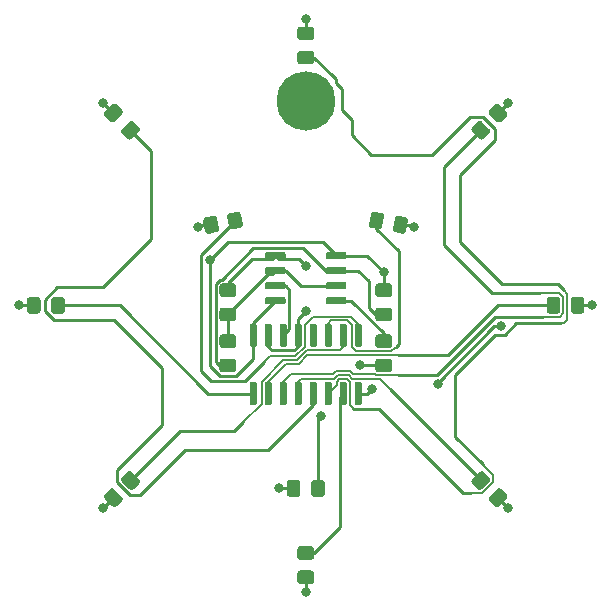
<source format=gbr>
G04 #@! TF.GenerationSoftware,KiCad,Pcbnew,5.1.5-52549c5~86~ubuntu19.04.1*
G04 #@! TF.CreationDate,2020-07-03T08:48:01-07:00*
G04 #@! TF.ProjectId,smd-star,736d642d-7374-4617-922e-6b696361645f,rev?*
G04 #@! TF.SameCoordinates,Original*
G04 #@! TF.FileFunction,Copper,L1,Top*
G04 #@! TF.FilePolarity,Positive*
%FSLAX46Y46*%
G04 Gerber Fmt 4.6, Leading zero omitted, Abs format (unit mm)*
G04 Created by KiCad (PCBNEW 5.1.5-52549c5~86~ubuntu19.04.1) date 2020-07-03 08:48:01*
%MOMM*%
%LPD*%
G04 APERTURE LIST*
%ADD10C,0.100000*%
%ADD11C,0.800000*%
%ADD12C,5.010000*%
%ADD13C,0.250000*%
%ADD14C,0.127000*%
G04 APERTURE END LIST*
G04 #@! TA.AperFunction,SMDPad,CuDef*
D10*
G36*
X-4280297Y-1550722D02*
G01*
X-4265736Y-1552882D01*
X-4251457Y-1556459D01*
X-4237597Y-1561418D01*
X-4224290Y-1567712D01*
X-4211664Y-1575280D01*
X-4199841Y-1584048D01*
X-4188934Y-1593934D01*
X-4179048Y-1604841D01*
X-4170280Y-1616664D01*
X-4162712Y-1629290D01*
X-4156418Y-1642597D01*
X-4151459Y-1656457D01*
X-4147882Y-1670736D01*
X-4145722Y-1685297D01*
X-4145000Y-1700000D01*
X-4145000Y-3350000D01*
X-4145722Y-3364703D01*
X-4147882Y-3379264D01*
X-4151459Y-3393543D01*
X-4156418Y-3407403D01*
X-4162712Y-3420710D01*
X-4170280Y-3433336D01*
X-4179048Y-3445159D01*
X-4188934Y-3456066D01*
X-4199841Y-3465952D01*
X-4211664Y-3474720D01*
X-4224290Y-3482288D01*
X-4237597Y-3488582D01*
X-4251457Y-3493541D01*
X-4265736Y-3497118D01*
X-4280297Y-3499278D01*
X-4295000Y-3500000D01*
X-4595000Y-3500000D01*
X-4609703Y-3499278D01*
X-4624264Y-3497118D01*
X-4638543Y-3493541D01*
X-4652403Y-3488582D01*
X-4665710Y-3482288D01*
X-4678336Y-3474720D01*
X-4690159Y-3465952D01*
X-4701066Y-3456066D01*
X-4710952Y-3445159D01*
X-4719720Y-3433336D01*
X-4727288Y-3420710D01*
X-4733582Y-3407403D01*
X-4738541Y-3393543D01*
X-4742118Y-3379264D01*
X-4744278Y-3364703D01*
X-4745000Y-3350000D01*
X-4745000Y-1700000D01*
X-4744278Y-1685297D01*
X-4742118Y-1670736D01*
X-4738541Y-1656457D01*
X-4733582Y-1642597D01*
X-4727288Y-1629290D01*
X-4719720Y-1616664D01*
X-4710952Y-1604841D01*
X-4701066Y-1593934D01*
X-4690159Y-1584048D01*
X-4678336Y-1575280D01*
X-4665710Y-1567712D01*
X-4652403Y-1561418D01*
X-4638543Y-1556459D01*
X-4624264Y-1552882D01*
X-4609703Y-1550722D01*
X-4595000Y-1550000D01*
X-4295000Y-1550000D01*
X-4280297Y-1550722D01*
G37*
G04 #@! TD.AperFunction*
G04 #@! TA.AperFunction,SMDPad,CuDef*
G36*
X-3010297Y-1550722D02*
G01*
X-2995736Y-1552882D01*
X-2981457Y-1556459D01*
X-2967597Y-1561418D01*
X-2954290Y-1567712D01*
X-2941664Y-1575280D01*
X-2929841Y-1584048D01*
X-2918934Y-1593934D01*
X-2909048Y-1604841D01*
X-2900280Y-1616664D01*
X-2892712Y-1629290D01*
X-2886418Y-1642597D01*
X-2881459Y-1656457D01*
X-2877882Y-1670736D01*
X-2875722Y-1685297D01*
X-2875000Y-1700000D01*
X-2875000Y-3350000D01*
X-2875722Y-3364703D01*
X-2877882Y-3379264D01*
X-2881459Y-3393543D01*
X-2886418Y-3407403D01*
X-2892712Y-3420710D01*
X-2900280Y-3433336D01*
X-2909048Y-3445159D01*
X-2918934Y-3456066D01*
X-2929841Y-3465952D01*
X-2941664Y-3474720D01*
X-2954290Y-3482288D01*
X-2967597Y-3488582D01*
X-2981457Y-3493541D01*
X-2995736Y-3497118D01*
X-3010297Y-3499278D01*
X-3025000Y-3500000D01*
X-3325000Y-3500000D01*
X-3339703Y-3499278D01*
X-3354264Y-3497118D01*
X-3368543Y-3493541D01*
X-3382403Y-3488582D01*
X-3395710Y-3482288D01*
X-3408336Y-3474720D01*
X-3420159Y-3465952D01*
X-3431066Y-3456066D01*
X-3440952Y-3445159D01*
X-3449720Y-3433336D01*
X-3457288Y-3420710D01*
X-3463582Y-3407403D01*
X-3468541Y-3393543D01*
X-3472118Y-3379264D01*
X-3474278Y-3364703D01*
X-3475000Y-3350000D01*
X-3475000Y-1700000D01*
X-3474278Y-1685297D01*
X-3472118Y-1670736D01*
X-3468541Y-1656457D01*
X-3463582Y-1642597D01*
X-3457288Y-1629290D01*
X-3449720Y-1616664D01*
X-3440952Y-1604841D01*
X-3431066Y-1593934D01*
X-3420159Y-1584048D01*
X-3408336Y-1575280D01*
X-3395710Y-1567712D01*
X-3382403Y-1561418D01*
X-3368543Y-1556459D01*
X-3354264Y-1552882D01*
X-3339703Y-1550722D01*
X-3325000Y-1550000D01*
X-3025000Y-1550000D01*
X-3010297Y-1550722D01*
G37*
G04 #@! TD.AperFunction*
G04 #@! TA.AperFunction,SMDPad,CuDef*
G36*
X-1740297Y-1550722D02*
G01*
X-1725736Y-1552882D01*
X-1711457Y-1556459D01*
X-1697597Y-1561418D01*
X-1684290Y-1567712D01*
X-1671664Y-1575280D01*
X-1659841Y-1584048D01*
X-1648934Y-1593934D01*
X-1639048Y-1604841D01*
X-1630280Y-1616664D01*
X-1622712Y-1629290D01*
X-1616418Y-1642597D01*
X-1611459Y-1656457D01*
X-1607882Y-1670736D01*
X-1605722Y-1685297D01*
X-1605000Y-1700000D01*
X-1605000Y-3350000D01*
X-1605722Y-3364703D01*
X-1607882Y-3379264D01*
X-1611459Y-3393543D01*
X-1616418Y-3407403D01*
X-1622712Y-3420710D01*
X-1630280Y-3433336D01*
X-1639048Y-3445159D01*
X-1648934Y-3456066D01*
X-1659841Y-3465952D01*
X-1671664Y-3474720D01*
X-1684290Y-3482288D01*
X-1697597Y-3488582D01*
X-1711457Y-3493541D01*
X-1725736Y-3497118D01*
X-1740297Y-3499278D01*
X-1755000Y-3500000D01*
X-2055000Y-3500000D01*
X-2069703Y-3499278D01*
X-2084264Y-3497118D01*
X-2098543Y-3493541D01*
X-2112403Y-3488582D01*
X-2125710Y-3482288D01*
X-2138336Y-3474720D01*
X-2150159Y-3465952D01*
X-2161066Y-3456066D01*
X-2170952Y-3445159D01*
X-2179720Y-3433336D01*
X-2187288Y-3420710D01*
X-2193582Y-3407403D01*
X-2198541Y-3393543D01*
X-2202118Y-3379264D01*
X-2204278Y-3364703D01*
X-2205000Y-3350000D01*
X-2205000Y-1700000D01*
X-2204278Y-1685297D01*
X-2202118Y-1670736D01*
X-2198541Y-1656457D01*
X-2193582Y-1642597D01*
X-2187288Y-1629290D01*
X-2179720Y-1616664D01*
X-2170952Y-1604841D01*
X-2161066Y-1593934D01*
X-2150159Y-1584048D01*
X-2138336Y-1575280D01*
X-2125710Y-1567712D01*
X-2112403Y-1561418D01*
X-2098543Y-1556459D01*
X-2084264Y-1552882D01*
X-2069703Y-1550722D01*
X-2055000Y-1550000D01*
X-1755000Y-1550000D01*
X-1740297Y-1550722D01*
G37*
G04 #@! TD.AperFunction*
G04 #@! TA.AperFunction,SMDPad,CuDef*
G36*
X-470297Y-1550722D02*
G01*
X-455736Y-1552882D01*
X-441457Y-1556459D01*
X-427597Y-1561418D01*
X-414290Y-1567712D01*
X-401664Y-1575280D01*
X-389841Y-1584048D01*
X-378934Y-1593934D01*
X-369048Y-1604841D01*
X-360280Y-1616664D01*
X-352712Y-1629290D01*
X-346418Y-1642597D01*
X-341459Y-1656457D01*
X-337882Y-1670736D01*
X-335722Y-1685297D01*
X-335000Y-1700000D01*
X-335000Y-3350000D01*
X-335722Y-3364703D01*
X-337882Y-3379264D01*
X-341459Y-3393543D01*
X-346418Y-3407403D01*
X-352712Y-3420710D01*
X-360280Y-3433336D01*
X-369048Y-3445159D01*
X-378934Y-3456066D01*
X-389841Y-3465952D01*
X-401664Y-3474720D01*
X-414290Y-3482288D01*
X-427597Y-3488582D01*
X-441457Y-3493541D01*
X-455736Y-3497118D01*
X-470297Y-3499278D01*
X-485000Y-3500000D01*
X-785000Y-3500000D01*
X-799703Y-3499278D01*
X-814264Y-3497118D01*
X-828543Y-3493541D01*
X-842403Y-3488582D01*
X-855710Y-3482288D01*
X-868336Y-3474720D01*
X-880159Y-3465952D01*
X-891066Y-3456066D01*
X-900952Y-3445159D01*
X-909720Y-3433336D01*
X-917288Y-3420710D01*
X-923582Y-3407403D01*
X-928541Y-3393543D01*
X-932118Y-3379264D01*
X-934278Y-3364703D01*
X-935000Y-3350000D01*
X-935000Y-1700000D01*
X-934278Y-1685297D01*
X-932118Y-1670736D01*
X-928541Y-1656457D01*
X-923582Y-1642597D01*
X-917288Y-1629290D01*
X-909720Y-1616664D01*
X-900952Y-1604841D01*
X-891066Y-1593934D01*
X-880159Y-1584048D01*
X-868336Y-1575280D01*
X-855710Y-1567712D01*
X-842403Y-1561418D01*
X-828543Y-1556459D01*
X-814264Y-1552882D01*
X-799703Y-1550722D01*
X-785000Y-1550000D01*
X-485000Y-1550000D01*
X-470297Y-1550722D01*
G37*
G04 #@! TD.AperFunction*
G04 #@! TA.AperFunction,SMDPad,CuDef*
G36*
X799703Y-1550722D02*
G01*
X814264Y-1552882D01*
X828543Y-1556459D01*
X842403Y-1561418D01*
X855710Y-1567712D01*
X868336Y-1575280D01*
X880159Y-1584048D01*
X891066Y-1593934D01*
X900952Y-1604841D01*
X909720Y-1616664D01*
X917288Y-1629290D01*
X923582Y-1642597D01*
X928541Y-1656457D01*
X932118Y-1670736D01*
X934278Y-1685297D01*
X935000Y-1700000D01*
X935000Y-3350000D01*
X934278Y-3364703D01*
X932118Y-3379264D01*
X928541Y-3393543D01*
X923582Y-3407403D01*
X917288Y-3420710D01*
X909720Y-3433336D01*
X900952Y-3445159D01*
X891066Y-3456066D01*
X880159Y-3465952D01*
X868336Y-3474720D01*
X855710Y-3482288D01*
X842403Y-3488582D01*
X828543Y-3493541D01*
X814264Y-3497118D01*
X799703Y-3499278D01*
X785000Y-3500000D01*
X485000Y-3500000D01*
X470297Y-3499278D01*
X455736Y-3497118D01*
X441457Y-3493541D01*
X427597Y-3488582D01*
X414290Y-3482288D01*
X401664Y-3474720D01*
X389841Y-3465952D01*
X378934Y-3456066D01*
X369048Y-3445159D01*
X360280Y-3433336D01*
X352712Y-3420710D01*
X346418Y-3407403D01*
X341459Y-3393543D01*
X337882Y-3379264D01*
X335722Y-3364703D01*
X335000Y-3350000D01*
X335000Y-1700000D01*
X335722Y-1685297D01*
X337882Y-1670736D01*
X341459Y-1656457D01*
X346418Y-1642597D01*
X352712Y-1629290D01*
X360280Y-1616664D01*
X369048Y-1604841D01*
X378934Y-1593934D01*
X389841Y-1584048D01*
X401664Y-1575280D01*
X414290Y-1567712D01*
X427597Y-1561418D01*
X441457Y-1556459D01*
X455736Y-1552882D01*
X470297Y-1550722D01*
X485000Y-1550000D01*
X785000Y-1550000D01*
X799703Y-1550722D01*
G37*
G04 #@! TD.AperFunction*
G04 #@! TA.AperFunction,SMDPad,CuDef*
G36*
X2069703Y-1550722D02*
G01*
X2084264Y-1552882D01*
X2098543Y-1556459D01*
X2112403Y-1561418D01*
X2125710Y-1567712D01*
X2138336Y-1575280D01*
X2150159Y-1584048D01*
X2161066Y-1593934D01*
X2170952Y-1604841D01*
X2179720Y-1616664D01*
X2187288Y-1629290D01*
X2193582Y-1642597D01*
X2198541Y-1656457D01*
X2202118Y-1670736D01*
X2204278Y-1685297D01*
X2205000Y-1700000D01*
X2205000Y-3350000D01*
X2204278Y-3364703D01*
X2202118Y-3379264D01*
X2198541Y-3393543D01*
X2193582Y-3407403D01*
X2187288Y-3420710D01*
X2179720Y-3433336D01*
X2170952Y-3445159D01*
X2161066Y-3456066D01*
X2150159Y-3465952D01*
X2138336Y-3474720D01*
X2125710Y-3482288D01*
X2112403Y-3488582D01*
X2098543Y-3493541D01*
X2084264Y-3497118D01*
X2069703Y-3499278D01*
X2055000Y-3500000D01*
X1755000Y-3500000D01*
X1740297Y-3499278D01*
X1725736Y-3497118D01*
X1711457Y-3493541D01*
X1697597Y-3488582D01*
X1684290Y-3482288D01*
X1671664Y-3474720D01*
X1659841Y-3465952D01*
X1648934Y-3456066D01*
X1639048Y-3445159D01*
X1630280Y-3433336D01*
X1622712Y-3420710D01*
X1616418Y-3407403D01*
X1611459Y-3393543D01*
X1607882Y-3379264D01*
X1605722Y-3364703D01*
X1605000Y-3350000D01*
X1605000Y-1700000D01*
X1605722Y-1685297D01*
X1607882Y-1670736D01*
X1611459Y-1656457D01*
X1616418Y-1642597D01*
X1622712Y-1629290D01*
X1630280Y-1616664D01*
X1639048Y-1604841D01*
X1648934Y-1593934D01*
X1659841Y-1584048D01*
X1671664Y-1575280D01*
X1684290Y-1567712D01*
X1697597Y-1561418D01*
X1711457Y-1556459D01*
X1725736Y-1552882D01*
X1740297Y-1550722D01*
X1755000Y-1550000D01*
X2055000Y-1550000D01*
X2069703Y-1550722D01*
G37*
G04 #@! TD.AperFunction*
G04 #@! TA.AperFunction,SMDPad,CuDef*
G36*
X3339703Y-1550722D02*
G01*
X3354264Y-1552882D01*
X3368543Y-1556459D01*
X3382403Y-1561418D01*
X3395710Y-1567712D01*
X3408336Y-1575280D01*
X3420159Y-1584048D01*
X3431066Y-1593934D01*
X3440952Y-1604841D01*
X3449720Y-1616664D01*
X3457288Y-1629290D01*
X3463582Y-1642597D01*
X3468541Y-1656457D01*
X3472118Y-1670736D01*
X3474278Y-1685297D01*
X3475000Y-1700000D01*
X3475000Y-3350000D01*
X3474278Y-3364703D01*
X3472118Y-3379264D01*
X3468541Y-3393543D01*
X3463582Y-3407403D01*
X3457288Y-3420710D01*
X3449720Y-3433336D01*
X3440952Y-3445159D01*
X3431066Y-3456066D01*
X3420159Y-3465952D01*
X3408336Y-3474720D01*
X3395710Y-3482288D01*
X3382403Y-3488582D01*
X3368543Y-3493541D01*
X3354264Y-3497118D01*
X3339703Y-3499278D01*
X3325000Y-3500000D01*
X3025000Y-3500000D01*
X3010297Y-3499278D01*
X2995736Y-3497118D01*
X2981457Y-3493541D01*
X2967597Y-3488582D01*
X2954290Y-3482288D01*
X2941664Y-3474720D01*
X2929841Y-3465952D01*
X2918934Y-3456066D01*
X2909048Y-3445159D01*
X2900280Y-3433336D01*
X2892712Y-3420710D01*
X2886418Y-3407403D01*
X2881459Y-3393543D01*
X2877882Y-3379264D01*
X2875722Y-3364703D01*
X2875000Y-3350000D01*
X2875000Y-1700000D01*
X2875722Y-1685297D01*
X2877882Y-1670736D01*
X2881459Y-1656457D01*
X2886418Y-1642597D01*
X2892712Y-1629290D01*
X2900280Y-1616664D01*
X2909048Y-1604841D01*
X2918934Y-1593934D01*
X2929841Y-1584048D01*
X2941664Y-1575280D01*
X2954290Y-1567712D01*
X2967597Y-1561418D01*
X2981457Y-1556459D01*
X2995736Y-1552882D01*
X3010297Y-1550722D01*
X3025000Y-1550000D01*
X3325000Y-1550000D01*
X3339703Y-1550722D01*
G37*
G04 #@! TD.AperFunction*
G04 #@! TA.AperFunction,SMDPad,CuDef*
G36*
X4609703Y-1550722D02*
G01*
X4624264Y-1552882D01*
X4638543Y-1556459D01*
X4652403Y-1561418D01*
X4665710Y-1567712D01*
X4678336Y-1575280D01*
X4690159Y-1584048D01*
X4701066Y-1593934D01*
X4710952Y-1604841D01*
X4719720Y-1616664D01*
X4727288Y-1629290D01*
X4733582Y-1642597D01*
X4738541Y-1656457D01*
X4742118Y-1670736D01*
X4744278Y-1685297D01*
X4745000Y-1700000D01*
X4745000Y-3350000D01*
X4744278Y-3364703D01*
X4742118Y-3379264D01*
X4738541Y-3393543D01*
X4733582Y-3407403D01*
X4727288Y-3420710D01*
X4719720Y-3433336D01*
X4710952Y-3445159D01*
X4701066Y-3456066D01*
X4690159Y-3465952D01*
X4678336Y-3474720D01*
X4665710Y-3482288D01*
X4652403Y-3488582D01*
X4638543Y-3493541D01*
X4624264Y-3497118D01*
X4609703Y-3499278D01*
X4595000Y-3500000D01*
X4295000Y-3500000D01*
X4280297Y-3499278D01*
X4265736Y-3497118D01*
X4251457Y-3493541D01*
X4237597Y-3488582D01*
X4224290Y-3482288D01*
X4211664Y-3474720D01*
X4199841Y-3465952D01*
X4188934Y-3456066D01*
X4179048Y-3445159D01*
X4170280Y-3433336D01*
X4162712Y-3420710D01*
X4156418Y-3407403D01*
X4151459Y-3393543D01*
X4147882Y-3379264D01*
X4145722Y-3364703D01*
X4145000Y-3350000D01*
X4145000Y-1700000D01*
X4145722Y-1685297D01*
X4147882Y-1670736D01*
X4151459Y-1656457D01*
X4156418Y-1642597D01*
X4162712Y-1629290D01*
X4170280Y-1616664D01*
X4179048Y-1604841D01*
X4188934Y-1593934D01*
X4199841Y-1584048D01*
X4211664Y-1575280D01*
X4224290Y-1567712D01*
X4237597Y-1561418D01*
X4251457Y-1556459D01*
X4265736Y-1552882D01*
X4280297Y-1550722D01*
X4295000Y-1550000D01*
X4595000Y-1550000D01*
X4609703Y-1550722D01*
G37*
G04 #@! TD.AperFunction*
G04 #@! TA.AperFunction,SMDPad,CuDef*
G36*
X4609703Y-6500722D02*
G01*
X4624264Y-6502882D01*
X4638543Y-6506459D01*
X4652403Y-6511418D01*
X4665710Y-6517712D01*
X4678336Y-6525280D01*
X4690159Y-6534048D01*
X4701066Y-6543934D01*
X4710952Y-6554841D01*
X4719720Y-6566664D01*
X4727288Y-6579290D01*
X4733582Y-6592597D01*
X4738541Y-6606457D01*
X4742118Y-6620736D01*
X4744278Y-6635297D01*
X4745000Y-6650000D01*
X4745000Y-8300000D01*
X4744278Y-8314703D01*
X4742118Y-8329264D01*
X4738541Y-8343543D01*
X4733582Y-8357403D01*
X4727288Y-8370710D01*
X4719720Y-8383336D01*
X4710952Y-8395159D01*
X4701066Y-8406066D01*
X4690159Y-8415952D01*
X4678336Y-8424720D01*
X4665710Y-8432288D01*
X4652403Y-8438582D01*
X4638543Y-8443541D01*
X4624264Y-8447118D01*
X4609703Y-8449278D01*
X4595000Y-8450000D01*
X4295000Y-8450000D01*
X4280297Y-8449278D01*
X4265736Y-8447118D01*
X4251457Y-8443541D01*
X4237597Y-8438582D01*
X4224290Y-8432288D01*
X4211664Y-8424720D01*
X4199841Y-8415952D01*
X4188934Y-8406066D01*
X4179048Y-8395159D01*
X4170280Y-8383336D01*
X4162712Y-8370710D01*
X4156418Y-8357403D01*
X4151459Y-8343543D01*
X4147882Y-8329264D01*
X4145722Y-8314703D01*
X4145000Y-8300000D01*
X4145000Y-6650000D01*
X4145722Y-6635297D01*
X4147882Y-6620736D01*
X4151459Y-6606457D01*
X4156418Y-6592597D01*
X4162712Y-6579290D01*
X4170280Y-6566664D01*
X4179048Y-6554841D01*
X4188934Y-6543934D01*
X4199841Y-6534048D01*
X4211664Y-6525280D01*
X4224290Y-6517712D01*
X4237597Y-6511418D01*
X4251457Y-6506459D01*
X4265736Y-6502882D01*
X4280297Y-6500722D01*
X4295000Y-6500000D01*
X4595000Y-6500000D01*
X4609703Y-6500722D01*
G37*
G04 #@! TD.AperFunction*
G04 #@! TA.AperFunction,SMDPad,CuDef*
G36*
X3339703Y-6500722D02*
G01*
X3354264Y-6502882D01*
X3368543Y-6506459D01*
X3382403Y-6511418D01*
X3395710Y-6517712D01*
X3408336Y-6525280D01*
X3420159Y-6534048D01*
X3431066Y-6543934D01*
X3440952Y-6554841D01*
X3449720Y-6566664D01*
X3457288Y-6579290D01*
X3463582Y-6592597D01*
X3468541Y-6606457D01*
X3472118Y-6620736D01*
X3474278Y-6635297D01*
X3475000Y-6650000D01*
X3475000Y-8300000D01*
X3474278Y-8314703D01*
X3472118Y-8329264D01*
X3468541Y-8343543D01*
X3463582Y-8357403D01*
X3457288Y-8370710D01*
X3449720Y-8383336D01*
X3440952Y-8395159D01*
X3431066Y-8406066D01*
X3420159Y-8415952D01*
X3408336Y-8424720D01*
X3395710Y-8432288D01*
X3382403Y-8438582D01*
X3368543Y-8443541D01*
X3354264Y-8447118D01*
X3339703Y-8449278D01*
X3325000Y-8450000D01*
X3025000Y-8450000D01*
X3010297Y-8449278D01*
X2995736Y-8447118D01*
X2981457Y-8443541D01*
X2967597Y-8438582D01*
X2954290Y-8432288D01*
X2941664Y-8424720D01*
X2929841Y-8415952D01*
X2918934Y-8406066D01*
X2909048Y-8395159D01*
X2900280Y-8383336D01*
X2892712Y-8370710D01*
X2886418Y-8357403D01*
X2881459Y-8343543D01*
X2877882Y-8329264D01*
X2875722Y-8314703D01*
X2875000Y-8300000D01*
X2875000Y-6650000D01*
X2875722Y-6635297D01*
X2877882Y-6620736D01*
X2881459Y-6606457D01*
X2886418Y-6592597D01*
X2892712Y-6579290D01*
X2900280Y-6566664D01*
X2909048Y-6554841D01*
X2918934Y-6543934D01*
X2929841Y-6534048D01*
X2941664Y-6525280D01*
X2954290Y-6517712D01*
X2967597Y-6511418D01*
X2981457Y-6506459D01*
X2995736Y-6502882D01*
X3010297Y-6500722D01*
X3025000Y-6500000D01*
X3325000Y-6500000D01*
X3339703Y-6500722D01*
G37*
G04 #@! TD.AperFunction*
G04 #@! TA.AperFunction,SMDPad,CuDef*
G36*
X2069703Y-6500722D02*
G01*
X2084264Y-6502882D01*
X2098543Y-6506459D01*
X2112403Y-6511418D01*
X2125710Y-6517712D01*
X2138336Y-6525280D01*
X2150159Y-6534048D01*
X2161066Y-6543934D01*
X2170952Y-6554841D01*
X2179720Y-6566664D01*
X2187288Y-6579290D01*
X2193582Y-6592597D01*
X2198541Y-6606457D01*
X2202118Y-6620736D01*
X2204278Y-6635297D01*
X2205000Y-6650000D01*
X2205000Y-8300000D01*
X2204278Y-8314703D01*
X2202118Y-8329264D01*
X2198541Y-8343543D01*
X2193582Y-8357403D01*
X2187288Y-8370710D01*
X2179720Y-8383336D01*
X2170952Y-8395159D01*
X2161066Y-8406066D01*
X2150159Y-8415952D01*
X2138336Y-8424720D01*
X2125710Y-8432288D01*
X2112403Y-8438582D01*
X2098543Y-8443541D01*
X2084264Y-8447118D01*
X2069703Y-8449278D01*
X2055000Y-8450000D01*
X1755000Y-8450000D01*
X1740297Y-8449278D01*
X1725736Y-8447118D01*
X1711457Y-8443541D01*
X1697597Y-8438582D01*
X1684290Y-8432288D01*
X1671664Y-8424720D01*
X1659841Y-8415952D01*
X1648934Y-8406066D01*
X1639048Y-8395159D01*
X1630280Y-8383336D01*
X1622712Y-8370710D01*
X1616418Y-8357403D01*
X1611459Y-8343543D01*
X1607882Y-8329264D01*
X1605722Y-8314703D01*
X1605000Y-8300000D01*
X1605000Y-6650000D01*
X1605722Y-6635297D01*
X1607882Y-6620736D01*
X1611459Y-6606457D01*
X1616418Y-6592597D01*
X1622712Y-6579290D01*
X1630280Y-6566664D01*
X1639048Y-6554841D01*
X1648934Y-6543934D01*
X1659841Y-6534048D01*
X1671664Y-6525280D01*
X1684290Y-6517712D01*
X1697597Y-6511418D01*
X1711457Y-6506459D01*
X1725736Y-6502882D01*
X1740297Y-6500722D01*
X1755000Y-6500000D01*
X2055000Y-6500000D01*
X2069703Y-6500722D01*
G37*
G04 #@! TD.AperFunction*
G04 #@! TA.AperFunction,SMDPad,CuDef*
G36*
X799703Y-6500722D02*
G01*
X814264Y-6502882D01*
X828543Y-6506459D01*
X842403Y-6511418D01*
X855710Y-6517712D01*
X868336Y-6525280D01*
X880159Y-6534048D01*
X891066Y-6543934D01*
X900952Y-6554841D01*
X909720Y-6566664D01*
X917288Y-6579290D01*
X923582Y-6592597D01*
X928541Y-6606457D01*
X932118Y-6620736D01*
X934278Y-6635297D01*
X935000Y-6650000D01*
X935000Y-8300000D01*
X934278Y-8314703D01*
X932118Y-8329264D01*
X928541Y-8343543D01*
X923582Y-8357403D01*
X917288Y-8370710D01*
X909720Y-8383336D01*
X900952Y-8395159D01*
X891066Y-8406066D01*
X880159Y-8415952D01*
X868336Y-8424720D01*
X855710Y-8432288D01*
X842403Y-8438582D01*
X828543Y-8443541D01*
X814264Y-8447118D01*
X799703Y-8449278D01*
X785000Y-8450000D01*
X485000Y-8450000D01*
X470297Y-8449278D01*
X455736Y-8447118D01*
X441457Y-8443541D01*
X427597Y-8438582D01*
X414290Y-8432288D01*
X401664Y-8424720D01*
X389841Y-8415952D01*
X378934Y-8406066D01*
X369048Y-8395159D01*
X360280Y-8383336D01*
X352712Y-8370710D01*
X346418Y-8357403D01*
X341459Y-8343543D01*
X337882Y-8329264D01*
X335722Y-8314703D01*
X335000Y-8300000D01*
X335000Y-6650000D01*
X335722Y-6635297D01*
X337882Y-6620736D01*
X341459Y-6606457D01*
X346418Y-6592597D01*
X352712Y-6579290D01*
X360280Y-6566664D01*
X369048Y-6554841D01*
X378934Y-6543934D01*
X389841Y-6534048D01*
X401664Y-6525280D01*
X414290Y-6517712D01*
X427597Y-6511418D01*
X441457Y-6506459D01*
X455736Y-6502882D01*
X470297Y-6500722D01*
X485000Y-6500000D01*
X785000Y-6500000D01*
X799703Y-6500722D01*
G37*
G04 #@! TD.AperFunction*
G04 #@! TA.AperFunction,SMDPad,CuDef*
G36*
X-470297Y-6500722D02*
G01*
X-455736Y-6502882D01*
X-441457Y-6506459D01*
X-427597Y-6511418D01*
X-414290Y-6517712D01*
X-401664Y-6525280D01*
X-389841Y-6534048D01*
X-378934Y-6543934D01*
X-369048Y-6554841D01*
X-360280Y-6566664D01*
X-352712Y-6579290D01*
X-346418Y-6592597D01*
X-341459Y-6606457D01*
X-337882Y-6620736D01*
X-335722Y-6635297D01*
X-335000Y-6650000D01*
X-335000Y-8300000D01*
X-335722Y-8314703D01*
X-337882Y-8329264D01*
X-341459Y-8343543D01*
X-346418Y-8357403D01*
X-352712Y-8370710D01*
X-360280Y-8383336D01*
X-369048Y-8395159D01*
X-378934Y-8406066D01*
X-389841Y-8415952D01*
X-401664Y-8424720D01*
X-414290Y-8432288D01*
X-427597Y-8438582D01*
X-441457Y-8443541D01*
X-455736Y-8447118D01*
X-470297Y-8449278D01*
X-485000Y-8450000D01*
X-785000Y-8450000D01*
X-799703Y-8449278D01*
X-814264Y-8447118D01*
X-828543Y-8443541D01*
X-842403Y-8438582D01*
X-855710Y-8432288D01*
X-868336Y-8424720D01*
X-880159Y-8415952D01*
X-891066Y-8406066D01*
X-900952Y-8395159D01*
X-909720Y-8383336D01*
X-917288Y-8370710D01*
X-923582Y-8357403D01*
X-928541Y-8343543D01*
X-932118Y-8329264D01*
X-934278Y-8314703D01*
X-935000Y-8300000D01*
X-935000Y-6650000D01*
X-934278Y-6635297D01*
X-932118Y-6620736D01*
X-928541Y-6606457D01*
X-923582Y-6592597D01*
X-917288Y-6579290D01*
X-909720Y-6566664D01*
X-900952Y-6554841D01*
X-891066Y-6543934D01*
X-880159Y-6534048D01*
X-868336Y-6525280D01*
X-855710Y-6517712D01*
X-842403Y-6511418D01*
X-828543Y-6506459D01*
X-814264Y-6502882D01*
X-799703Y-6500722D01*
X-785000Y-6500000D01*
X-485000Y-6500000D01*
X-470297Y-6500722D01*
G37*
G04 #@! TD.AperFunction*
G04 #@! TA.AperFunction,SMDPad,CuDef*
G36*
X-1740297Y-6500722D02*
G01*
X-1725736Y-6502882D01*
X-1711457Y-6506459D01*
X-1697597Y-6511418D01*
X-1684290Y-6517712D01*
X-1671664Y-6525280D01*
X-1659841Y-6534048D01*
X-1648934Y-6543934D01*
X-1639048Y-6554841D01*
X-1630280Y-6566664D01*
X-1622712Y-6579290D01*
X-1616418Y-6592597D01*
X-1611459Y-6606457D01*
X-1607882Y-6620736D01*
X-1605722Y-6635297D01*
X-1605000Y-6650000D01*
X-1605000Y-8300000D01*
X-1605722Y-8314703D01*
X-1607882Y-8329264D01*
X-1611459Y-8343543D01*
X-1616418Y-8357403D01*
X-1622712Y-8370710D01*
X-1630280Y-8383336D01*
X-1639048Y-8395159D01*
X-1648934Y-8406066D01*
X-1659841Y-8415952D01*
X-1671664Y-8424720D01*
X-1684290Y-8432288D01*
X-1697597Y-8438582D01*
X-1711457Y-8443541D01*
X-1725736Y-8447118D01*
X-1740297Y-8449278D01*
X-1755000Y-8450000D01*
X-2055000Y-8450000D01*
X-2069703Y-8449278D01*
X-2084264Y-8447118D01*
X-2098543Y-8443541D01*
X-2112403Y-8438582D01*
X-2125710Y-8432288D01*
X-2138336Y-8424720D01*
X-2150159Y-8415952D01*
X-2161066Y-8406066D01*
X-2170952Y-8395159D01*
X-2179720Y-8383336D01*
X-2187288Y-8370710D01*
X-2193582Y-8357403D01*
X-2198541Y-8343543D01*
X-2202118Y-8329264D01*
X-2204278Y-8314703D01*
X-2205000Y-8300000D01*
X-2205000Y-6650000D01*
X-2204278Y-6635297D01*
X-2202118Y-6620736D01*
X-2198541Y-6606457D01*
X-2193582Y-6592597D01*
X-2187288Y-6579290D01*
X-2179720Y-6566664D01*
X-2170952Y-6554841D01*
X-2161066Y-6543934D01*
X-2150159Y-6534048D01*
X-2138336Y-6525280D01*
X-2125710Y-6517712D01*
X-2112403Y-6511418D01*
X-2098543Y-6506459D01*
X-2084264Y-6502882D01*
X-2069703Y-6500722D01*
X-2055000Y-6500000D01*
X-1755000Y-6500000D01*
X-1740297Y-6500722D01*
G37*
G04 #@! TD.AperFunction*
G04 #@! TA.AperFunction,SMDPad,CuDef*
G36*
X-3010297Y-6500722D02*
G01*
X-2995736Y-6502882D01*
X-2981457Y-6506459D01*
X-2967597Y-6511418D01*
X-2954290Y-6517712D01*
X-2941664Y-6525280D01*
X-2929841Y-6534048D01*
X-2918934Y-6543934D01*
X-2909048Y-6554841D01*
X-2900280Y-6566664D01*
X-2892712Y-6579290D01*
X-2886418Y-6592597D01*
X-2881459Y-6606457D01*
X-2877882Y-6620736D01*
X-2875722Y-6635297D01*
X-2875000Y-6650000D01*
X-2875000Y-8300000D01*
X-2875722Y-8314703D01*
X-2877882Y-8329264D01*
X-2881459Y-8343543D01*
X-2886418Y-8357403D01*
X-2892712Y-8370710D01*
X-2900280Y-8383336D01*
X-2909048Y-8395159D01*
X-2918934Y-8406066D01*
X-2929841Y-8415952D01*
X-2941664Y-8424720D01*
X-2954290Y-8432288D01*
X-2967597Y-8438582D01*
X-2981457Y-8443541D01*
X-2995736Y-8447118D01*
X-3010297Y-8449278D01*
X-3025000Y-8450000D01*
X-3325000Y-8450000D01*
X-3339703Y-8449278D01*
X-3354264Y-8447118D01*
X-3368543Y-8443541D01*
X-3382403Y-8438582D01*
X-3395710Y-8432288D01*
X-3408336Y-8424720D01*
X-3420159Y-8415952D01*
X-3431066Y-8406066D01*
X-3440952Y-8395159D01*
X-3449720Y-8383336D01*
X-3457288Y-8370710D01*
X-3463582Y-8357403D01*
X-3468541Y-8343543D01*
X-3472118Y-8329264D01*
X-3474278Y-8314703D01*
X-3475000Y-8300000D01*
X-3475000Y-6650000D01*
X-3474278Y-6635297D01*
X-3472118Y-6620736D01*
X-3468541Y-6606457D01*
X-3463582Y-6592597D01*
X-3457288Y-6579290D01*
X-3449720Y-6566664D01*
X-3440952Y-6554841D01*
X-3431066Y-6543934D01*
X-3420159Y-6534048D01*
X-3408336Y-6525280D01*
X-3395710Y-6517712D01*
X-3382403Y-6511418D01*
X-3368543Y-6506459D01*
X-3354264Y-6502882D01*
X-3339703Y-6500722D01*
X-3325000Y-6500000D01*
X-3025000Y-6500000D01*
X-3010297Y-6500722D01*
G37*
G04 #@! TD.AperFunction*
G04 #@! TA.AperFunction,SMDPad,CuDef*
G36*
X-4280297Y-6500722D02*
G01*
X-4265736Y-6502882D01*
X-4251457Y-6506459D01*
X-4237597Y-6511418D01*
X-4224290Y-6517712D01*
X-4211664Y-6525280D01*
X-4199841Y-6534048D01*
X-4188934Y-6543934D01*
X-4179048Y-6554841D01*
X-4170280Y-6566664D01*
X-4162712Y-6579290D01*
X-4156418Y-6592597D01*
X-4151459Y-6606457D01*
X-4147882Y-6620736D01*
X-4145722Y-6635297D01*
X-4145000Y-6650000D01*
X-4145000Y-8300000D01*
X-4145722Y-8314703D01*
X-4147882Y-8329264D01*
X-4151459Y-8343543D01*
X-4156418Y-8357403D01*
X-4162712Y-8370710D01*
X-4170280Y-8383336D01*
X-4179048Y-8395159D01*
X-4188934Y-8406066D01*
X-4199841Y-8415952D01*
X-4211664Y-8424720D01*
X-4224290Y-8432288D01*
X-4237597Y-8438582D01*
X-4251457Y-8443541D01*
X-4265736Y-8447118D01*
X-4280297Y-8449278D01*
X-4295000Y-8450000D01*
X-4595000Y-8450000D01*
X-4609703Y-8449278D01*
X-4624264Y-8447118D01*
X-4638543Y-8443541D01*
X-4652403Y-8438582D01*
X-4665710Y-8432288D01*
X-4678336Y-8424720D01*
X-4690159Y-8415952D01*
X-4701066Y-8406066D01*
X-4710952Y-8395159D01*
X-4719720Y-8383336D01*
X-4727288Y-8370710D01*
X-4733582Y-8357403D01*
X-4738541Y-8343543D01*
X-4742118Y-8329264D01*
X-4744278Y-8314703D01*
X-4745000Y-8300000D01*
X-4745000Y-6650000D01*
X-4744278Y-6635297D01*
X-4742118Y-6620736D01*
X-4738541Y-6606457D01*
X-4733582Y-6592597D01*
X-4727288Y-6579290D01*
X-4719720Y-6566664D01*
X-4710952Y-6554841D01*
X-4701066Y-6543934D01*
X-4690159Y-6534048D01*
X-4678336Y-6525280D01*
X-4665710Y-6517712D01*
X-4652403Y-6511418D01*
X-4638543Y-6506459D01*
X-4624264Y-6502882D01*
X-4609703Y-6500722D01*
X-4595000Y-6500000D01*
X-4295000Y-6500000D01*
X-4280297Y-6500722D01*
G37*
G04 #@! TD.AperFunction*
G04 #@! TA.AperFunction,SMDPad,CuDef*
G36*
X3314703Y4490278D02*
G01*
X3329264Y4488118D01*
X3343543Y4484541D01*
X3357403Y4479582D01*
X3370710Y4473288D01*
X3383336Y4465720D01*
X3395159Y4456952D01*
X3406066Y4447066D01*
X3415952Y4436159D01*
X3424720Y4424336D01*
X3432288Y4411710D01*
X3438582Y4398403D01*
X3443541Y4384543D01*
X3447118Y4370264D01*
X3449278Y4355703D01*
X3450000Y4341000D01*
X3450000Y4041000D01*
X3449278Y4026297D01*
X3447118Y4011736D01*
X3443541Y3997457D01*
X3438582Y3983597D01*
X3432288Y3970290D01*
X3424720Y3957664D01*
X3415952Y3945841D01*
X3406066Y3934934D01*
X3395159Y3925048D01*
X3383336Y3916280D01*
X3370710Y3908712D01*
X3357403Y3902418D01*
X3343543Y3897459D01*
X3329264Y3893882D01*
X3314703Y3891722D01*
X3300000Y3891000D01*
X1850000Y3891000D01*
X1835297Y3891722D01*
X1820736Y3893882D01*
X1806457Y3897459D01*
X1792597Y3902418D01*
X1779290Y3908712D01*
X1766664Y3916280D01*
X1754841Y3925048D01*
X1743934Y3934934D01*
X1734048Y3945841D01*
X1725280Y3957664D01*
X1717712Y3970290D01*
X1711418Y3983597D01*
X1706459Y3997457D01*
X1702882Y4011736D01*
X1700722Y4026297D01*
X1700000Y4041000D01*
X1700000Y4341000D01*
X1700722Y4355703D01*
X1702882Y4370264D01*
X1706459Y4384543D01*
X1711418Y4398403D01*
X1717712Y4411710D01*
X1725280Y4424336D01*
X1734048Y4436159D01*
X1743934Y4447066D01*
X1754841Y4456952D01*
X1766664Y4465720D01*
X1779290Y4473288D01*
X1792597Y4479582D01*
X1806457Y4484541D01*
X1820736Y4488118D01*
X1835297Y4490278D01*
X1850000Y4491000D01*
X3300000Y4491000D01*
X3314703Y4490278D01*
G37*
G04 #@! TD.AperFunction*
G04 #@! TA.AperFunction,SMDPad,CuDef*
G36*
X3314703Y3220278D02*
G01*
X3329264Y3218118D01*
X3343543Y3214541D01*
X3357403Y3209582D01*
X3370710Y3203288D01*
X3383336Y3195720D01*
X3395159Y3186952D01*
X3406066Y3177066D01*
X3415952Y3166159D01*
X3424720Y3154336D01*
X3432288Y3141710D01*
X3438582Y3128403D01*
X3443541Y3114543D01*
X3447118Y3100264D01*
X3449278Y3085703D01*
X3450000Y3071000D01*
X3450000Y2771000D01*
X3449278Y2756297D01*
X3447118Y2741736D01*
X3443541Y2727457D01*
X3438582Y2713597D01*
X3432288Y2700290D01*
X3424720Y2687664D01*
X3415952Y2675841D01*
X3406066Y2664934D01*
X3395159Y2655048D01*
X3383336Y2646280D01*
X3370710Y2638712D01*
X3357403Y2632418D01*
X3343543Y2627459D01*
X3329264Y2623882D01*
X3314703Y2621722D01*
X3300000Y2621000D01*
X1850000Y2621000D01*
X1835297Y2621722D01*
X1820736Y2623882D01*
X1806457Y2627459D01*
X1792597Y2632418D01*
X1779290Y2638712D01*
X1766664Y2646280D01*
X1754841Y2655048D01*
X1743934Y2664934D01*
X1734048Y2675841D01*
X1725280Y2687664D01*
X1717712Y2700290D01*
X1711418Y2713597D01*
X1706459Y2727457D01*
X1702882Y2741736D01*
X1700722Y2756297D01*
X1700000Y2771000D01*
X1700000Y3071000D01*
X1700722Y3085703D01*
X1702882Y3100264D01*
X1706459Y3114543D01*
X1711418Y3128403D01*
X1717712Y3141710D01*
X1725280Y3154336D01*
X1734048Y3166159D01*
X1743934Y3177066D01*
X1754841Y3186952D01*
X1766664Y3195720D01*
X1779290Y3203288D01*
X1792597Y3209582D01*
X1806457Y3214541D01*
X1820736Y3218118D01*
X1835297Y3220278D01*
X1850000Y3221000D01*
X3300000Y3221000D01*
X3314703Y3220278D01*
G37*
G04 #@! TD.AperFunction*
G04 #@! TA.AperFunction,SMDPad,CuDef*
G36*
X3314703Y1950278D02*
G01*
X3329264Y1948118D01*
X3343543Y1944541D01*
X3357403Y1939582D01*
X3370710Y1933288D01*
X3383336Y1925720D01*
X3395159Y1916952D01*
X3406066Y1907066D01*
X3415952Y1896159D01*
X3424720Y1884336D01*
X3432288Y1871710D01*
X3438582Y1858403D01*
X3443541Y1844543D01*
X3447118Y1830264D01*
X3449278Y1815703D01*
X3450000Y1801000D01*
X3450000Y1501000D01*
X3449278Y1486297D01*
X3447118Y1471736D01*
X3443541Y1457457D01*
X3438582Y1443597D01*
X3432288Y1430290D01*
X3424720Y1417664D01*
X3415952Y1405841D01*
X3406066Y1394934D01*
X3395159Y1385048D01*
X3383336Y1376280D01*
X3370710Y1368712D01*
X3357403Y1362418D01*
X3343543Y1357459D01*
X3329264Y1353882D01*
X3314703Y1351722D01*
X3300000Y1351000D01*
X1850000Y1351000D01*
X1835297Y1351722D01*
X1820736Y1353882D01*
X1806457Y1357459D01*
X1792597Y1362418D01*
X1779290Y1368712D01*
X1766664Y1376280D01*
X1754841Y1385048D01*
X1743934Y1394934D01*
X1734048Y1405841D01*
X1725280Y1417664D01*
X1717712Y1430290D01*
X1711418Y1443597D01*
X1706459Y1457457D01*
X1702882Y1471736D01*
X1700722Y1486297D01*
X1700000Y1501000D01*
X1700000Y1801000D01*
X1700722Y1815703D01*
X1702882Y1830264D01*
X1706459Y1844543D01*
X1711418Y1858403D01*
X1717712Y1871710D01*
X1725280Y1884336D01*
X1734048Y1896159D01*
X1743934Y1907066D01*
X1754841Y1916952D01*
X1766664Y1925720D01*
X1779290Y1933288D01*
X1792597Y1939582D01*
X1806457Y1944541D01*
X1820736Y1948118D01*
X1835297Y1950278D01*
X1850000Y1951000D01*
X3300000Y1951000D01*
X3314703Y1950278D01*
G37*
G04 #@! TD.AperFunction*
G04 #@! TA.AperFunction,SMDPad,CuDef*
G36*
X3314703Y680278D02*
G01*
X3329264Y678118D01*
X3343543Y674541D01*
X3357403Y669582D01*
X3370710Y663288D01*
X3383336Y655720D01*
X3395159Y646952D01*
X3406066Y637066D01*
X3415952Y626159D01*
X3424720Y614336D01*
X3432288Y601710D01*
X3438582Y588403D01*
X3443541Y574543D01*
X3447118Y560264D01*
X3449278Y545703D01*
X3450000Y531000D01*
X3450000Y231000D01*
X3449278Y216297D01*
X3447118Y201736D01*
X3443541Y187457D01*
X3438582Y173597D01*
X3432288Y160290D01*
X3424720Y147664D01*
X3415952Y135841D01*
X3406066Y124934D01*
X3395159Y115048D01*
X3383336Y106280D01*
X3370710Y98712D01*
X3357403Y92418D01*
X3343543Y87459D01*
X3329264Y83882D01*
X3314703Y81722D01*
X3300000Y81000D01*
X1850000Y81000D01*
X1835297Y81722D01*
X1820736Y83882D01*
X1806457Y87459D01*
X1792597Y92418D01*
X1779290Y98712D01*
X1766664Y106280D01*
X1754841Y115048D01*
X1743934Y124934D01*
X1734048Y135841D01*
X1725280Y147664D01*
X1717712Y160290D01*
X1711418Y173597D01*
X1706459Y187457D01*
X1702882Y201736D01*
X1700722Y216297D01*
X1700000Y231000D01*
X1700000Y531000D01*
X1700722Y545703D01*
X1702882Y560264D01*
X1706459Y574543D01*
X1711418Y588403D01*
X1717712Y601710D01*
X1725280Y614336D01*
X1734048Y626159D01*
X1743934Y637066D01*
X1754841Y646952D01*
X1766664Y655720D01*
X1779290Y663288D01*
X1792597Y669582D01*
X1806457Y674541D01*
X1820736Y678118D01*
X1835297Y680278D01*
X1850000Y681000D01*
X3300000Y681000D01*
X3314703Y680278D01*
G37*
G04 #@! TD.AperFunction*
G04 #@! TA.AperFunction,SMDPad,CuDef*
G36*
X-1835297Y680278D02*
G01*
X-1820736Y678118D01*
X-1806457Y674541D01*
X-1792597Y669582D01*
X-1779290Y663288D01*
X-1766664Y655720D01*
X-1754841Y646952D01*
X-1743934Y637066D01*
X-1734048Y626159D01*
X-1725280Y614336D01*
X-1717712Y601710D01*
X-1711418Y588403D01*
X-1706459Y574543D01*
X-1702882Y560264D01*
X-1700722Y545703D01*
X-1700000Y531000D01*
X-1700000Y231000D01*
X-1700722Y216297D01*
X-1702882Y201736D01*
X-1706459Y187457D01*
X-1711418Y173597D01*
X-1717712Y160290D01*
X-1725280Y147664D01*
X-1734048Y135841D01*
X-1743934Y124934D01*
X-1754841Y115048D01*
X-1766664Y106280D01*
X-1779290Y98712D01*
X-1792597Y92418D01*
X-1806457Y87459D01*
X-1820736Y83882D01*
X-1835297Y81722D01*
X-1850000Y81000D01*
X-3300000Y81000D01*
X-3314703Y81722D01*
X-3329264Y83882D01*
X-3343543Y87459D01*
X-3357403Y92418D01*
X-3370710Y98712D01*
X-3383336Y106280D01*
X-3395159Y115048D01*
X-3406066Y124934D01*
X-3415952Y135841D01*
X-3424720Y147664D01*
X-3432288Y160290D01*
X-3438582Y173597D01*
X-3443541Y187457D01*
X-3447118Y201736D01*
X-3449278Y216297D01*
X-3450000Y231000D01*
X-3450000Y531000D01*
X-3449278Y545703D01*
X-3447118Y560264D01*
X-3443541Y574543D01*
X-3438582Y588403D01*
X-3432288Y601710D01*
X-3424720Y614336D01*
X-3415952Y626159D01*
X-3406066Y637066D01*
X-3395159Y646952D01*
X-3383336Y655720D01*
X-3370710Y663288D01*
X-3357403Y669582D01*
X-3343543Y674541D01*
X-3329264Y678118D01*
X-3314703Y680278D01*
X-3300000Y681000D01*
X-1850000Y681000D01*
X-1835297Y680278D01*
G37*
G04 #@! TD.AperFunction*
G04 #@! TA.AperFunction,SMDPad,CuDef*
G36*
X-1835297Y1950278D02*
G01*
X-1820736Y1948118D01*
X-1806457Y1944541D01*
X-1792597Y1939582D01*
X-1779290Y1933288D01*
X-1766664Y1925720D01*
X-1754841Y1916952D01*
X-1743934Y1907066D01*
X-1734048Y1896159D01*
X-1725280Y1884336D01*
X-1717712Y1871710D01*
X-1711418Y1858403D01*
X-1706459Y1844543D01*
X-1702882Y1830264D01*
X-1700722Y1815703D01*
X-1700000Y1801000D01*
X-1700000Y1501000D01*
X-1700722Y1486297D01*
X-1702882Y1471736D01*
X-1706459Y1457457D01*
X-1711418Y1443597D01*
X-1717712Y1430290D01*
X-1725280Y1417664D01*
X-1734048Y1405841D01*
X-1743934Y1394934D01*
X-1754841Y1385048D01*
X-1766664Y1376280D01*
X-1779290Y1368712D01*
X-1792597Y1362418D01*
X-1806457Y1357459D01*
X-1820736Y1353882D01*
X-1835297Y1351722D01*
X-1850000Y1351000D01*
X-3300000Y1351000D01*
X-3314703Y1351722D01*
X-3329264Y1353882D01*
X-3343543Y1357459D01*
X-3357403Y1362418D01*
X-3370710Y1368712D01*
X-3383336Y1376280D01*
X-3395159Y1385048D01*
X-3406066Y1394934D01*
X-3415952Y1405841D01*
X-3424720Y1417664D01*
X-3432288Y1430290D01*
X-3438582Y1443597D01*
X-3443541Y1457457D01*
X-3447118Y1471736D01*
X-3449278Y1486297D01*
X-3450000Y1501000D01*
X-3450000Y1801000D01*
X-3449278Y1815703D01*
X-3447118Y1830264D01*
X-3443541Y1844543D01*
X-3438582Y1858403D01*
X-3432288Y1871710D01*
X-3424720Y1884336D01*
X-3415952Y1896159D01*
X-3406066Y1907066D01*
X-3395159Y1916952D01*
X-3383336Y1925720D01*
X-3370710Y1933288D01*
X-3357403Y1939582D01*
X-3343543Y1944541D01*
X-3329264Y1948118D01*
X-3314703Y1950278D01*
X-3300000Y1951000D01*
X-1850000Y1951000D01*
X-1835297Y1950278D01*
G37*
G04 #@! TD.AperFunction*
G04 #@! TA.AperFunction,SMDPad,CuDef*
G36*
X-1835297Y3220278D02*
G01*
X-1820736Y3218118D01*
X-1806457Y3214541D01*
X-1792597Y3209582D01*
X-1779290Y3203288D01*
X-1766664Y3195720D01*
X-1754841Y3186952D01*
X-1743934Y3177066D01*
X-1734048Y3166159D01*
X-1725280Y3154336D01*
X-1717712Y3141710D01*
X-1711418Y3128403D01*
X-1706459Y3114543D01*
X-1702882Y3100264D01*
X-1700722Y3085703D01*
X-1700000Y3071000D01*
X-1700000Y2771000D01*
X-1700722Y2756297D01*
X-1702882Y2741736D01*
X-1706459Y2727457D01*
X-1711418Y2713597D01*
X-1717712Y2700290D01*
X-1725280Y2687664D01*
X-1734048Y2675841D01*
X-1743934Y2664934D01*
X-1754841Y2655048D01*
X-1766664Y2646280D01*
X-1779290Y2638712D01*
X-1792597Y2632418D01*
X-1806457Y2627459D01*
X-1820736Y2623882D01*
X-1835297Y2621722D01*
X-1850000Y2621000D01*
X-3300000Y2621000D01*
X-3314703Y2621722D01*
X-3329264Y2623882D01*
X-3343543Y2627459D01*
X-3357403Y2632418D01*
X-3370710Y2638712D01*
X-3383336Y2646280D01*
X-3395159Y2655048D01*
X-3406066Y2664934D01*
X-3415952Y2675841D01*
X-3424720Y2687664D01*
X-3432288Y2700290D01*
X-3438582Y2713597D01*
X-3443541Y2727457D01*
X-3447118Y2741736D01*
X-3449278Y2756297D01*
X-3450000Y2771000D01*
X-3450000Y3071000D01*
X-3449278Y3085703D01*
X-3447118Y3100264D01*
X-3443541Y3114543D01*
X-3438582Y3128403D01*
X-3432288Y3141710D01*
X-3424720Y3154336D01*
X-3415952Y3166159D01*
X-3406066Y3177066D01*
X-3395159Y3186952D01*
X-3383336Y3195720D01*
X-3370710Y3203288D01*
X-3357403Y3209582D01*
X-3343543Y3214541D01*
X-3329264Y3218118D01*
X-3314703Y3220278D01*
X-3300000Y3221000D01*
X-1850000Y3221000D01*
X-1835297Y3220278D01*
G37*
G04 #@! TD.AperFunction*
G04 #@! TA.AperFunction,SMDPad,CuDef*
G36*
X-1835297Y4490278D02*
G01*
X-1820736Y4488118D01*
X-1806457Y4484541D01*
X-1792597Y4479582D01*
X-1779290Y4473288D01*
X-1766664Y4465720D01*
X-1754841Y4456952D01*
X-1743934Y4447066D01*
X-1734048Y4436159D01*
X-1725280Y4424336D01*
X-1717712Y4411710D01*
X-1711418Y4398403D01*
X-1706459Y4384543D01*
X-1702882Y4370264D01*
X-1700722Y4355703D01*
X-1700000Y4341000D01*
X-1700000Y4041000D01*
X-1700722Y4026297D01*
X-1702882Y4011736D01*
X-1706459Y3997457D01*
X-1711418Y3983597D01*
X-1717712Y3970290D01*
X-1725280Y3957664D01*
X-1734048Y3945841D01*
X-1743934Y3934934D01*
X-1754841Y3925048D01*
X-1766664Y3916280D01*
X-1779290Y3908712D01*
X-1792597Y3902418D01*
X-1806457Y3897459D01*
X-1820736Y3893882D01*
X-1835297Y3891722D01*
X-1850000Y3891000D01*
X-3300000Y3891000D01*
X-3314703Y3891722D01*
X-3329264Y3893882D01*
X-3343543Y3897459D01*
X-3357403Y3902418D01*
X-3370710Y3908712D01*
X-3383336Y3916280D01*
X-3395159Y3925048D01*
X-3406066Y3934934D01*
X-3415952Y3945841D01*
X-3424720Y3957664D01*
X-3432288Y3970290D01*
X-3438582Y3983597D01*
X-3443541Y3997457D01*
X-3447118Y4011736D01*
X-3449278Y4026297D01*
X-3450000Y4041000D01*
X-3450000Y4341000D01*
X-3449278Y4355703D01*
X-3447118Y4370264D01*
X-3443541Y4384543D01*
X-3438582Y4398403D01*
X-3432288Y4411710D01*
X-3424720Y4424336D01*
X-3415952Y4436159D01*
X-3406066Y4447066D01*
X-3395159Y4456952D01*
X-3383336Y4465720D01*
X-3370710Y4473288D01*
X-3357403Y4479582D01*
X-3343543Y4484541D01*
X-3329264Y4488118D01*
X-3314703Y4490278D01*
X-3300000Y4491000D01*
X-1850000Y4491000D01*
X-1835297Y4490278D01*
G37*
G04 #@! TD.AperFunction*
G04 #@! TA.AperFunction,SMDPad,CuDef*
G36*
X5767721Y7926860D02*
G01*
X5792062Y7923790D01*
X6432189Y7810919D01*
X6456112Y7805478D01*
X6479386Y7797719D01*
X6501788Y7787716D01*
X6523101Y7775565D01*
X6543121Y7761384D01*
X6561654Y7745308D01*
X6578523Y7727494D01*
X6593564Y7708112D01*
X6606633Y7687349D01*
X6617604Y7665404D01*
X6626371Y7642491D01*
X6632850Y7618828D01*
X6636978Y7594644D01*
X6638717Y7570172D01*
X6638048Y7545647D01*
X6634978Y7521306D01*
X6478695Y6634977D01*
X6473254Y6611054D01*
X6465495Y6587780D01*
X6455492Y6565378D01*
X6443341Y6544065D01*
X6429160Y6524045D01*
X6413084Y6505512D01*
X6395270Y6488643D01*
X6375888Y6473602D01*
X6355125Y6460533D01*
X6333180Y6449562D01*
X6310267Y6440795D01*
X6286604Y6434316D01*
X6262420Y6430188D01*
X6237948Y6428449D01*
X6213423Y6429118D01*
X6189082Y6432188D01*
X5548955Y6545059D01*
X5525032Y6550500D01*
X5501758Y6558259D01*
X5479356Y6568262D01*
X5458043Y6580413D01*
X5438023Y6594594D01*
X5419490Y6610670D01*
X5402621Y6628484D01*
X5387580Y6647866D01*
X5374511Y6668629D01*
X5363540Y6690574D01*
X5354773Y6713487D01*
X5348294Y6737150D01*
X5344166Y6761334D01*
X5342427Y6785806D01*
X5343096Y6810331D01*
X5346166Y6834672D01*
X5502449Y7721001D01*
X5507890Y7744924D01*
X5515649Y7768198D01*
X5525652Y7790600D01*
X5537803Y7811913D01*
X5551984Y7831933D01*
X5568060Y7850466D01*
X5585874Y7867335D01*
X5605256Y7882376D01*
X5626019Y7895445D01*
X5647964Y7906416D01*
X5670877Y7915183D01*
X5694540Y7921662D01*
X5718724Y7925790D01*
X5743196Y7927529D01*
X5767721Y7926860D01*
G37*
G04 #@! TD.AperFunction*
G04 #@! TA.AperFunction,SMDPad,CuDef*
G36*
X7786577Y7570882D02*
G01*
X7810918Y7567812D01*
X8451045Y7454941D01*
X8474968Y7449500D01*
X8498242Y7441741D01*
X8520644Y7431738D01*
X8541957Y7419587D01*
X8561977Y7405406D01*
X8580510Y7389330D01*
X8597379Y7371516D01*
X8612420Y7352134D01*
X8625489Y7331371D01*
X8636460Y7309426D01*
X8645227Y7286513D01*
X8651706Y7262850D01*
X8655834Y7238666D01*
X8657573Y7214194D01*
X8656904Y7189669D01*
X8653834Y7165328D01*
X8497551Y6278999D01*
X8492110Y6255076D01*
X8484351Y6231802D01*
X8474348Y6209400D01*
X8462197Y6188087D01*
X8448016Y6168067D01*
X8431940Y6149534D01*
X8414126Y6132665D01*
X8394744Y6117624D01*
X8373981Y6104555D01*
X8352036Y6093584D01*
X8329123Y6084817D01*
X8305460Y6078338D01*
X8281276Y6074210D01*
X8256804Y6072471D01*
X8232279Y6073140D01*
X8207938Y6076210D01*
X7567811Y6189081D01*
X7543888Y6194522D01*
X7520614Y6202281D01*
X7498212Y6212284D01*
X7476899Y6224435D01*
X7456879Y6238616D01*
X7438346Y6254692D01*
X7421477Y6272506D01*
X7406436Y6291888D01*
X7393367Y6312651D01*
X7382396Y6334596D01*
X7373629Y6357509D01*
X7367150Y6381172D01*
X7363022Y6405356D01*
X7361283Y6429828D01*
X7361952Y6454353D01*
X7365022Y6478694D01*
X7521305Y7365023D01*
X7526746Y7388946D01*
X7534505Y7412220D01*
X7544508Y7434622D01*
X7556659Y7455935D01*
X7570840Y7475955D01*
X7586916Y7494488D01*
X7604730Y7511357D01*
X7624112Y7526398D01*
X7644875Y7539467D01*
X7666820Y7550438D01*
X7689733Y7559205D01*
X7713396Y7565684D01*
X7737580Y7569812D01*
X7762052Y7571551D01*
X7786577Y7570882D01*
G37*
G04 #@! TD.AperFunction*
G04 #@! TA.AperFunction,SMDPad,CuDef*
G36*
X-5718724Y7925790D02*
G01*
X-5694540Y7921662D01*
X-5670877Y7915183D01*
X-5647964Y7906416D01*
X-5626019Y7895445D01*
X-5605256Y7882376D01*
X-5585874Y7867335D01*
X-5568060Y7850466D01*
X-5551984Y7831933D01*
X-5537803Y7811913D01*
X-5525652Y7790600D01*
X-5515649Y7768198D01*
X-5507890Y7744924D01*
X-5502449Y7721001D01*
X-5346166Y6834672D01*
X-5343096Y6810331D01*
X-5342427Y6785806D01*
X-5344166Y6761334D01*
X-5348294Y6737150D01*
X-5354773Y6713487D01*
X-5363540Y6690574D01*
X-5374511Y6668629D01*
X-5387580Y6647866D01*
X-5402621Y6628484D01*
X-5419490Y6610670D01*
X-5438023Y6594594D01*
X-5458043Y6580413D01*
X-5479356Y6568262D01*
X-5501758Y6558259D01*
X-5525032Y6550500D01*
X-5548955Y6545059D01*
X-6189082Y6432188D01*
X-6213423Y6429118D01*
X-6237948Y6428449D01*
X-6262420Y6430188D01*
X-6286604Y6434316D01*
X-6310267Y6440795D01*
X-6333180Y6449562D01*
X-6355125Y6460533D01*
X-6375888Y6473602D01*
X-6395270Y6488643D01*
X-6413084Y6505512D01*
X-6429160Y6524045D01*
X-6443341Y6544065D01*
X-6455492Y6565378D01*
X-6465495Y6587780D01*
X-6473254Y6611054D01*
X-6478695Y6634977D01*
X-6634978Y7521306D01*
X-6638048Y7545647D01*
X-6638717Y7570172D01*
X-6636978Y7594644D01*
X-6632850Y7618828D01*
X-6626371Y7642491D01*
X-6617604Y7665404D01*
X-6606633Y7687349D01*
X-6593564Y7708112D01*
X-6578523Y7727494D01*
X-6561654Y7745308D01*
X-6543121Y7761384D01*
X-6523101Y7775565D01*
X-6501788Y7787716D01*
X-6479386Y7797719D01*
X-6456112Y7805478D01*
X-6432189Y7810919D01*
X-5792062Y7923790D01*
X-5767721Y7926860D01*
X-5743196Y7927529D01*
X-5718724Y7925790D01*
G37*
G04 #@! TD.AperFunction*
G04 #@! TA.AperFunction,SMDPad,CuDef*
G36*
X-7737580Y7569812D02*
G01*
X-7713396Y7565684D01*
X-7689733Y7559205D01*
X-7666820Y7550438D01*
X-7644875Y7539467D01*
X-7624112Y7526398D01*
X-7604730Y7511357D01*
X-7586916Y7494488D01*
X-7570840Y7475955D01*
X-7556659Y7455935D01*
X-7544508Y7434622D01*
X-7534505Y7412220D01*
X-7526746Y7388946D01*
X-7521305Y7365023D01*
X-7365022Y6478694D01*
X-7361952Y6454353D01*
X-7361283Y6429828D01*
X-7363022Y6405356D01*
X-7367150Y6381172D01*
X-7373629Y6357509D01*
X-7382396Y6334596D01*
X-7393367Y6312651D01*
X-7406436Y6291888D01*
X-7421477Y6272506D01*
X-7438346Y6254692D01*
X-7456879Y6238616D01*
X-7476899Y6224435D01*
X-7498212Y6212284D01*
X-7520614Y6202281D01*
X-7543888Y6194522D01*
X-7567811Y6189081D01*
X-8207938Y6076210D01*
X-8232279Y6073140D01*
X-8256804Y6072471D01*
X-8281276Y6074210D01*
X-8305460Y6078338D01*
X-8329123Y6084817D01*
X-8352036Y6093584D01*
X-8373981Y6104555D01*
X-8394744Y6117624D01*
X-8414126Y6132665D01*
X-8431940Y6149534D01*
X-8448016Y6168067D01*
X-8462197Y6188087D01*
X-8474348Y6209400D01*
X-8484351Y6231802D01*
X-8492110Y6255076D01*
X-8497551Y6278999D01*
X-8653834Y7165328D01*
X-8656904Y7189669D01*
X-8657573Y7214194D01*
X-8655834Y7238666D01*
X-8651706Y7262850D01*
X-8645227Y7286513D01*
X-8636460Y7309426D01*
X-8625489Y7331371D01*
X-8612420Y7352134D01*
X-8597379Y7371516D01*
X-8580510Y7389330D01*
X-8561977Y7405406D01*
X-8541957Y7419587D01*
X-8520644Y7431738D01*
X-8498242Y7441741D01*
X-8474968Y7449500D01*
X-8451045Y7454941D01*
X-7810918Y7567812D01*
X-7786577Y7570882D01*
X-7762052Y7571551D01*
X-7737580Y7569812D01*
G37*
G04 #@! TD.AperFunction*
G04 #@! TA.AperFunction,SMDPad,CuDef*
G36*
X1374505Y-14801204D02*
G01*
X1398773Y-14804804D01*
X1422572Y-14810765D01*
X1445671Y-14819030D01*
X1467850Y-14829520D01*
X1488893Y-14842132D01*
X1508599Y-14856747D01*
X1526777Y-14873223D01*
X1543253Y-14891401D01*
X1557868Y-14911107D01*
X1570480Y-14932150D01*
X1580970Y-14954329D01*
X1589235Y-14977428D01*
X1595196Y-15001227D01*
X1598796Y-15025495D01*
X1600000Y-15049999D01*
X1600000Y-15950001D01*
X1598796Y-15974505D01*
X1595196Y-15998773D01*
X1589235Y-16022572D01*
X1580970Y-16045671D01*
X1570480Y-16067850D01*
X1557868Y-16088893D01*
X1543253Y-16108599D01*
X1526777Y-16126777D01*
X1508599Y-16143253D01*
X1488893Y-16157868D01*
X1467850Y-16170480D01*
X1445671Y-16180970D01*
X1422572Y-16189235D01*
X1398773Y-16195196D01*
X1374505Y-16198796D01*
X1350001Y-16200000D01*
X699999Y-16200000D01*
X675495Y-16198796D01*
X651227Y-16195196D01*
X627428Y-16189235D01*
X604329Y-16180970D01*
X582150Y-16170480D01*
X561107Y-16157868D01*
X541401Y-16143253D01*
X523223Y-16126777D01*
X506747Y-16108599D01*
X492132Y-16088893D01*
X479520Y-16067850D01*
X469030Y-16045671D01*
X460765Y-16022572D01*
X454804Y-15998773D01*
X451204Y-15974505D01*
X450000Y-15950001D01*
X450000Y-15049999D01*
X451204Y-15025495D01*
X454804Y-15001227D01*
X460765Y-14977428D01*
X469030Y-14954329D01*
X479520Y-14932150D01*
X492132Y-14911107D01*
X506747Y-14891401D01*
X523223Y-14873223D01*
X541401Y-14856747D01*
X561107Y-14842132D01*
X582150Y-14829520D01*
X604329Y-14819030D01*
X627428Y-14810765D01*
X651227Y-14804804D01*
X675495Y-14801204D01*
X699999Y-14800000D01*
X1350001Y-14800000D01*
X1374505Y-14801204D01*
G37*
G04 #@! TD.AperFunction*
G04 #@! TA.AperFunction,SMDPad,CuDef*
G36*
X-675495Y-14801204D02*
G01*
X-651227Y-14804804D01*
X-627428Y-14810765D01*
X-604329Y-14819030D01*
X-582150Y-14829520D01*
X-561107Y-14842132D01*
X-541401Y-14856747D01*
X-523223Y-14873223D01*
X-506747Y-14891401D01*
X-492132Y-14911107D01*
X-479520Y-14932150D01*
X-469030Y-14954329D01*
X-460765Y-14977428D01*
X-454804Y-15001227D01*
X-451204Y-15025495D01*
X-450000Y-15049999D01*
X-450000Y-15950001D01*
X-451204Y-15974505D01*
X-454804Y-15998773D01*
X-460765Y-16022572D01*
X-469030Y-16045671D01*
X-479520Y-16067850D01*
X-492132Y-16088893D01*
X-506747Y-16108599D01*
X-523223Y-16126777D01*
X-541401Y-16143253D01*
X-561107Y-16157868D01*
X-582150Y-16170480D01*
X-604329Y-16180970D01*
X-627428Y-16189235D01*
X-651227Y-16195196D01*
X-675495Y-16198796D01*
X-699999Y-16200000D01*
X-1350001Y-16200000D01*
X-1374505Y-16198796D01*
X-1398773Y-16195196D01*
X-1422572Y-16189235D01*
X-1445671Y-16180970D01*
X-1467850Y-16170480D01*
X-1488893Y-16157868D01*
X-1508599Y-16143253D01*
X-1526777Y-16126777D01*
X-1543253Y-16108599D01*
X-1557868Y-16088893D01*
X-1570480Y-16067850D01*
X-1580970Y-16045671D01*
X-1589235Y-16022572D01*
X-1595196Y-15998773D01*
X-1598796Y-15974505D01*
X-1600000Y-15950001D01*
X-1600000Y-15049999D01*
X-1598796Y-15025495D01*
X-1595196Y-15001227D01*
X-1589235Y-14977428D01*
X-1580970Y-14954329D01*
X-1570480Y-14932150D01*
X-1557868Y-14911107D01*
X-1543253Y-14891401D01*
X-1526777Y-14873223D01*
X-1508599Y-14856747D01*
X-1488893Y-14842132D01*
X-1467850Y-14829520D01*
X-1445671Y-14819030D01*
X-1422572Y-14810765D01*
X-1398773Y-14804804D01*
X-1374505Y-14801204D01*
X-1350001Y-14800000D01*
X-699999Y-14800000D01*
X-675495Y-14801204D01*
G37*
G04 #@! TD.AperFunction*
G04 #@! TA.AperFunction,SMDPad,CuDef*
G36*
X-6125495Y-2465204D02*
G01*
X-6101227Y-2468804D01*
X-6077428Y-2474765D01*
X-6054329Y-2483030D01*
X-6032150Y-2493520D01*
X-6011107Y-2506132D01*
X-5991401Y-2520747D01*
X-5973223Y-2537223D01*
X-5956747Y-2555401D01*
X-5942132Y-2575107D01*
X-5929520Y-2596150D01*
X-5919030Y-2618329D01*
X-5910765Y-2641428D01*
X-5904804Y-2665227D01*
X-5901204Y-2689495D01*
X-5900000Y-2713999D01*
X-5900000Y-3364001D01*
X-5901204Y-3388505D01*
X-5904804Y-3412773D01*
X-5910765Y-3436572D01*
X-5919030Y-3459671D01*
X-5929520Y-3481850D01*
X-5942132Y-3502893D01*
X-5956747Y-3522599D01*
X-5973223Y-3540777D01*
X-5991401Y-3557253D01*
X-6011107Y-3571868D01*
X-6032150Y-3584480D01*
X-6054329Y-3594970D01*
X-6077428Y-3603235D01*
X-6101227Y-3609196D01*
X-6125495Y-3612796D01*
X-6149999Y-3614000D01*
X-7050001Y-3614000D01*
X-7074505Y-3612796D01*
X-7098773Y-3609196D01*
X-7122572Y-3603235D01*
X-7145671Y-3594970D01*
X-7167850Y-3584480D01*
X-7188893Y-3571868D01*
X-7208599Y-3557253D01*
X-7226777Y-3540777D01*
X-7243253Y-3522599D01*
X-7257868Y-3502893D01*
X-7270480Y-3481850D01*
X-7280970Y-3459671D01*
X-7289235Y-3436572D01*
X-7295196Y-3412773D01*
X-7298796Y-3388505D01*
X-7300000Y-3364001D01*
X-7300000Y-2713999D01*
X-7298796Y-2689495D01*
X-7295196Y-2665227D01*
X-7289235Y-2641428D01*
X-7280970Y-2618329D01*
X-7270480Y-2596150D01*
X-7257868Y-2575107D01*
X-7243253Y-2555401D01*
X-7226777Y-2537223D01*
X-7208599Y-2520747D01*
X-7188893Y-2506132D01*
X-7167850Y-2493520D01*
X-7145671Y-2483030D01*
X-7122572Y-2474765D01*
X-7098773Y-2468804D01*
X-7074505Y-2465204D01*
X-7050001Y-2464000D01*
X-6149999Y-2464000D01*
X-6125495Y-2465204D01*
G37*
G04 #@! TD.AperFunction*
G04 #@! TA.AperFunction,SMDPad,CuDef*
G36*
X-6125495Y-4515204D02*
G01*
X-6101227Y-4518804D01*
X-6077428Y-4524765D01*
X-6054329Y-4533030D01*
X-6032150Y-4543520D01*
X-6011107Y-4556132D01*
X-5991401Y-4570747D01*
X-5973223Y-4587223D01*
X-5956747Y-4605401D01*
X-5942132Y-4625107D01*
X-5929520Y-4646150D01*
X-5919030Y-4668329D01*
X-5910765Y-4691428D01*
X-5904804Y-4715227D01*
X-5901204Y-4739495D01*
X-5900000Y-4763999D01*
X-5900000Y-5414001D01*
X-5901204Y-5438505D01*
X-5904804Y-5462773D01*
X-5910765Y-5486572D01*
X-5919030Y-5509671D01*
X-5929520Y-5531850D01*
X-5942132Y-5552893D01*
X-5956747Y-5572599D01*
X-5973223Y-5590777D01*
X-5991401Y-5607253D01*
X-6011107Y-5621868D01*
X-6032150Y-5634480D01*
X-6054329Y-5644970D01*
X-6077428Y-5653235D01*
X-6101227Y-5659196D01*
X-6125495Y-5662796D01*
X-6149999Y-5664000D01*
X-7050001Y-5664000D01*
X-7074505Y-5662796D01*
X-7098773Y-5659196D01*
X-7122572Y-5653235D01*
X-7145671Y-5644970D01*
X-7167850Y-5634480D01*
X-7188893Y-5621868D01*
X-7208599Y-5607253D01*
X-7226777Y-5590777D01*
X-7243253Y-5572599D01*
X-7257868Y-5552893D01*
X-7270480Y-5531850D01*
X-7280970Y-5509671D01*
X-7289235Y-5486572D01*
X-7295196Y-5462773D01*
X-7298796Y-5438505D01*
X-7300000Y-5414001D01*
X-7300000Y-4763999D01*
X-7298796Y-4739495D01*
X-7295196Y-4715227D01*
X-7289235Y-4691428D01*
X-7280970Y-4668329D01*
X-7270480Y-4646150D01*
X-7257868Y-4625107D01*
X-7243253Y-4605401D01*
X-7226777Y-4587223D01*
X-7208599Y-4570747D01*
X-7188893Y-4556132D01*
X-7167850Y-4543520D01*
X-7145671Y-4533030D01*
X-7122572Y-4524765D01*
X-7098773Y-4518804D01*
X-7074505Y-4515204D01*
X-7050001Y-4514000D01*
X-6149999Y-4514000D01*
X-6125495Y-4515204D01*
G37*
G04 #@! TD.AperFunction*
G04 #@! TA.AperFunction,SMDPad,CuDef*
G36*
X7074505Y-197204D02*
G01*
X7098773Y-200804D01*
X7122572Y-206765D01*
X7145671Y-215030D01*
X7167850Y-225520D01*
X7188893Y-238132D01*
X7208599Y-252747D01*
X7226777Y-269223D01*
X7243253Y-287401D01*
X7257868Y-307107D01*
X7270480Y-328150D01*
X7280970Y-350329D01*
X7289235Y-373428D01*
X7295196Y-397227D01*
X7298796Y-421495D01*
X7300000Y-445999D01*
X7300000Y-1096001D01*
X7298796Y-1120505D01*
X7295196Y-1144773D01*
X7289235Y-1168572D01*
X7280970Y-1191671D01*
X7270480Y-1213850D01*
X7257868Y-1234893D01*
X7243253Y-1254599D01*
X7226777Y-1272777D01*
X7208599Y-1289253D01*
X7188893Y-1303868D01*
X7167850Y-1316480D01*
X7145671Y-1326970D01*
X7122572Y-1335235D01*
X7098773Y-1341196D01*
X7074505Y-1344796D01*
X7050001Y-1346000D01*
X6149999Y-1346000D01*
X6125495Y-1344796D01*
X6101227Y-1341196D01*
X6077428Y-1335235D01*
X6054329Y-1326970D01*
X6032150Y-1316480D01*
X6011107Y-1303868D01*
X5991401Y-1289253D01*
X5973223Y-1272777D01*
X5956747Y-1254599D01*
X5942132Y-1234893D01*
X5929520Y-1213850D01*
X5919030Y-1191671D01*
X5910765Y-1168572D01*
X5904804Y-1144773D01*
X5901204Y-1120505D01*
X5900000Y-1096001D01*
X5900000Y-445999D01*
X5901204Y-421495D01*
X5904804Y-397227D01*
X5910765Y-373428D01*
X5919030Y-350329D01*
X5929520Y-328150D01*
X5942132Y-307107D01*
X5956747Y-287401D01*
X5973223Y-269223D01*
X5991401Y-252747D01*
X6011107Y-238132D01*
X6032150Y-225520D01*
X6054329Y-215030D01*
X6077428Y-206765D01*
X6101227Y-200804D01*
X6125495Y-197204D01*
X6149999Y-196000D01*
X7050001Y-196000D01*
X7074505Y-197204D01*
G37*
G04 #@! TD.AperFunction*
G04 #@! TA.AperFunction,SMDPad,CuDef*
G36*
X7074505Y1852796D02*
G01*
X7098773Y1849196D01*
X7122572Y1843235D01*
X7145671Y1834970D01*
X7167850Y1824480D01*
X7188893Y1811868D01*
X7208599Y1797253D01*
X7226777Y1780777D01*
X7243253Y1762599D01*
X7257868Y1742893D01*
X7270480Y1721850D01*
X7280970Y1699671D01*
X7289235Y1676572D01*
X7295196Y1652773D01*
X7298796Y1628505D01*
X7300000Y1604001D01*
X7300000Y953999D01*
X7298796Y929495D01*
X7295196Y905227D01*
X7289235Y881428D01*
X7280970Y858329D01*
X7270480Y836150D01*
X7257868Y815107D01*
X7243253Y795401D01*
X7226777Y777223D01*
X7208599Y760747D01*
X7188893Y746132D01*
X7167850Y733520D01*
X7145671Y723030D01*
X7122572Y714765D01*
X7098773Y708804D01*
X7074505Y705204D01*
X7050001Y704000D01*
X6149999Y704000D01*
X6125495Y705204D01*
X6101227Y708804D01*
X6077428Y714765D01*
X6054329Y723030D01*
X6032150Y733520D01*
X6011107Y746132D01*
X5991401Y760747D01*
X5973223Y777223D01*
X5956747Y795401D01*
X5942132Y815107D01*
X5929520Y836150D01*
X5919030Y858329D01*
X5910765Y881428D01*
X5904804Y905227D01*
X5901204Y929495D01*
X5900000Y953999D01*
X5900000Y1604001D01*
X5901204Y1628505D01*
X5904804Y1652773D01*
X5910765Y1676572D01*
X5919030Y1699671D01*
X5929520Y1721850D01*
X5942132Y1742893D01*
X5956747Y1762599D01*
X5973223Y1780777D01*
X5991401Y1797253D01*
X6011107Y1811868D01*
X6032150Y1824480D01*
X6054329Y1834970D01*
X6077428Y1843235D01*
X6101227Y1849196D01*
X6125495Y1852796D01*
X6149999Y1854000D01*
X7050001Y1854000D01*
X7074505Y1852796D01*
G37*
G04 #@! TD.AperFunction*
G04 #@! TA.AperFunction,SMDPad,CuDef*
G36*
X14767332Y15628020D02*
G01*
X14791600Y15624420D01*
X14815399Y15618459D01*
X14838498Y15610194D01*
X14860677Y15599704D01*
X14881720Y15587092D01*
X14901426Y15572477D01*
X14919604Y15556001D01*
X15556001Y14919604D01*
X15572477Y14901426D01*
X15587092Y14881720D01*
X15599704Y14860677D01*
X15610194Y14838498D01*
X15618459Y14815399D01*
X15624420Y14791600D01*
X15628020Y14767332D01*
X15629224Y14742828D01*
X15628020Y14718324D01*
X15624420Y14694056D01*
X15618459Y14670257D01*
X15610194Y14647158D01*
X15599704Y14624979D01*
X15587092Y14603936D01*
X15572477Y14584230D01*
X15556001Y14566052D01*
X15096380Y14106431D01*
X15078202Y14089955D01*
X15058496Y14075340D01*
X15037453Y14062728D01*
X15015274Y14052238D01*
X14992175Y14043973D01*
X14968376Y14038012D01*
X14944108Y14034412D01*
X14919604Y14033208D01*
X14895100Y14034412D01*
X14870832Y14038012D01*
X14847033Y14043973D01*
X14823934Y14052238D01*
X14801755Y14062728D01*
X14780712Y14075340D01*
X14761006Y14089955D01*
X14742828Y14106431D01*
X14106431Y14742828D01*
X14089955Y14761006D01*
X14075340Y14780712D01*
X14062728Y14801755D01*
X14052238Y14823934D01*
X14043973Y14847033D01*
X14038012Y14870832D01*
X14034412Y14895100D01*
X14033208Y14919604D01*
X14034412Y14944108D01*
X14038012Y14968376D01*
X14043973Y14992175D01*
X14052238Y15015274D01*
X14062728Y15037453D01*
X14075340Y15058496D01*
X14089955Y15078202D01*
X14106431Y15096380D01*
X14566052Y15556001D01*
X14584230Y15572477D01*
X14603936Y15587092D01*
X14624979Y15599704D01*
X14647158Y15610194D01*
X14670257Y15618459D01*
X14694056Y15624420D01*
X14718324Y15628020D01*
X14742828Y15629224D01*
X14767332Y15628020D01*
G37*
G04 #@! TD.AperFunction*
G04 #@! TA.AperFunction,SMDPad,CuDef*
G36*
X16216900Y17077588D02*
G01*
X16241168Y17073988D01*
X16264967Y17068027D01*
X16288066Y17059762D01*
X16310245Y17049272D01*
X16331288Y17036660D01*
X16350994Y17022045D01*
X16369172Y17005569D01*
X17005569Y16369172D01*
X17022045Y16350994D01*
X17036660Y16331288D01*
X17049272Y16310245D01*
X17059762Y16288066D01*
X17068027Y16264967D01*
X17073988Y16241168D01*
X17077588Y16216900D01*
X17078792Y16192396D01*
X17077588Y16167892D01*
X17073988Y16143624D01*
X17068027Y16119825D01*
X17059762Y16096726D01*
X17049272Y16074547D01*
X17036660Y16053504D01*
X17022045Y16033798D01*
X17005569Y16015620D01*
X16545948Y15555999D01*
X16527770Y15539523D01*
X16508064Y15524908D01*
X16487021Y15512296D01*
X16464842Y15501806D01*
X16441743Y15493541D01*
X16417944Y15487580D01*
X16393676Y15483980D01*
X16369172Y15482776D01*
X16344668Y15483980D01*
X16320400Y15487580D01*
X16296601Y15493541D01*
X16273502Y15501806D01*
X16251323Y15512296D01*
X16230280Y15524908D01*
X16210574Y15539523D01*
X16192396Y15555999D01*
X15555999Y16192396D01*
X15539523Y16210574D01*
X15524908Y16230280D01*
X15512296Y16251323D01*
X15501806Y16273502D01*
X15493541Y16296601D01*
X15487580Y16320400D01*
X15483980Y16344668D01*
X15482776Y16369172D01*
X15483980Y16393676D01*
X15487580Y16417944D01*
X15493541Y16441743D01*
X15501806Y16464842D01*
X15512296Y16487021D01*
X15524908Y16508064D01*
X15539523Y16527770D01*
X15555999Y16545948D01*
X16015620Y17005569D01*
X16033798Y17022045D01*
X16053504Y17036660D01*
X16074547Y17049272D01*
X16096726Y17059762D01*
X16119825Y17068027D01*
X16143624Y17073988D01*
X16167892Y17077588D01*
X16192396Y17078792D01*
X16216900Y17077588D01*
G37*
G04 #@! TD.AperFunction*
G04 #@! TA.AperFunction,SMDPad,CuDef*
G36*
X21324505Y698796D02*
G01*
X21348773Y695196D01*
X21372572Y689235D01*
X21395671Y680970D01*
X21417850Y670480D01*
X21438893Y657868D01*
X21458599Y643253D01*
X21476777Y626777D01*
X21493253Y608599D01*
X21507868Y588893D01*
X21520480Y567850D01*
X21530970Y545671D01*
X21539235Y522572D01*
X21545196Y498773D01*
X21548796Y474505D01*
X21550000Y450001D01*
X21550000Y-450001D01*
X21548796Y-474505D01*
X21545196Y-498773D01*
X21539235Y-522572D01*
X21530970Y-545671D01*
X21520480Y-567850D01*
X21507868Y-588893D01*
X21493253Y-608599D01*
X21476777Y-626777D01*
X21458599Y-643253D01*
X21438893Y-657868D01*
X21417850Y-670480D01*
X21395671Y-680970D01*
X21372572Y-689235D01*
X21348773Y-695196D01*
X21324505Y-698796D01*
X21300001Y-700000D01*
X20649999Y-700000D01*
X20625495Y-698796D01*
X20601227Y-695196D01*
X20577428Y-689235D01*
X20554329Y-680970D01*
X20532150Y-670480D01*
X20511107Y-657868D01*
X20491401Y-643253D01*
X20473223Y-626777D01*
X20456747Y-608599D01*
X20442132Y-588893D01*
X20429520Y-567850D01*
X20419030Y-545671D01*
X20410765Y-522572D01*
X20404804Y-498773D01*
X20401204Y-474505D01*
X20400000Y-450001D01*
X20400000Y450001D01*
X20401204Y474505D01*
X20404804Y498773D01*
X20410765Y522572D01*
X20419030Y545671D01*
X20429520Y567850D01*
X20442132Y588893D01*
X20456747Y608599D01*
X20473223Y626777D01*
X20491401Y643253D01*
X20511107Y657868D01*
X20532150Y670480D01*
X20554329Y680970D01*
X20577428Y689235D01*
X20601227Y695196D01*
X20625495Y698796D01*
X20649999Y700000D01*
X21300001Y700000D01*
X21324505Y698796D01*
G37*
G04 #@! TD.AperFunction*
G04 #@! TA.AperFunction,SMDPad,CuDef*
G36*
X23374505Y698796D02*
G01*
X23398773Y695196D01*
X23422572Y689235D01*
X23445671Y680970D01*
X23467850Y670480D01*
X23488893Y657868D01*
X23508599Y643253D01*
X23526777Y626777D01*
X23543253Y608599D01*
X23557868Y588893D01*
X23570480Y567850D01*
X23580970Y545671D01*
X23589235Y522572D01*
X23595196Y498773D01*
X23598796Y474505D01*
X23600000Y450001D01*
X23600000Y-450001D01*
X23598796Y-474505D01*
X23595196Y-498773D01*
X23589235Y-522572D01*
X23580970Y-545671D01*
X23570480Y-567850D01*
X23557868Y-588893D01*
X23543253Y-608599D01*
X23526777Y-626777D01*
X23508599Y-643253D01*
X23488893Y-657868D01*
X23467850Y-670480D01*
X23445671Y-680970D01*
X23422572Y-689235D01*
X23398773Y-695196D01*
X23374505Y-698796D01*
X23350001Y-700000D01*
X22699999Y-700000D01*
X22675495Y-698796D01*
X22651227Y-695196D01*
X22627428Y-689235D01*
X22604329Y-680970D01*
X22582150Y-670480D01*
X22561107Y-657868D01*
X22541401Y-643253D01*
X22523223Y-626777D01*
X22506747Y-608599D01*
X22492132Y-588893D01*
X22479520Y-567850D01*
X22469030Y-545671D01*
X22460765Y-522572D01*
X22454804Y-498773D01*
X22451204Y-474505D01*
X22450000Y-450001D01*
X22450000Y450001D01*
X22451204Y474505D01*
X22454804Y498773D01*
X22460765Y522572D01*
X22469030Y545671D01*
X22479520Y567850D01*
X22492132Y588893D01*
X22506747Y608599D01*
X22523223Y626777D01*
X22541401Y643253D01*
X22561107Y657868D01*
X22582150Y670480D01*
X22604329Y680970D01*
X22627428Y689235D01*
X22651227Y695196D01*
X22675495Y698796D01*
X22699999Y700000D01*
X23350001Y700000D01*
X23374505Y698796D01*
G37*
G04 #@! TD.AperFunction*
G04 #@! TA.AperFunction,SMDPad,CuDef*
G36*
X14944108Y-14034412D02*
G01*
X14968376Y-14038012D01*
X14992175Y-14043973D01*
X15015274Y-14052238D01*
X15037453Y-14062728D01*
X15058496Y-14075340D01*
X15078202Y-14089955D01*
X15096380Y-14106431D01*
X15556001Y-14566052D01*
X15572477Y-14584230D01*
X15587092Y-14603936D01*
X15599704Y-14624979D01*
X15610194Y-14647158D01*
X15618459Y-14670257D01*
X15624420Y-14694056D01*
X15628020Y-14718324D01*
X15629224Y-14742828D01*
X15628020Y-14767332D01*
X15624420Y-14791600D01*
X15618459Y-14815399D01*
X15610194Y-14838498D01*
X15599704Y-14860677D01*
X15587092Y-14881720D01*
X15572477Y-14901426D01*
X15556001Y-14919604D01*
X14919604Y-15556001D01*
X14901426Y-15572477D01*
X14881720Y-15587092D01*
X14860677Y-15599704D01*
X14838498Y-15610194D01*
X14815399Y-15618459D01*
X14791600Y-15624420D01*
X14767332Y-15628020D01*
X14742828Y-15629224D01*
X14718324Y-15628020D01*
X14694056Y-15624420D01*
X14670257Y-15618459D01*
X14647158Y-15610194D01*
X14624979Y-15599704D01*
X14603936Y-15587092D01*
X14584230Y-15572477D01*
X14566052Y-15556001D01*
X14106431Y-15096380D01*
X14089955Y-15078202D01*
X14075340Y-15058496D01*
X14062728Y-15037453D01*
X14052238Y-15015274D01*
X14043973Y-14992175D01*
X14038012Y-14968376D01*
X14034412Y-14944108D01*
X14033208Y-14919604D01*
X14034412Y-14895100D01*
X14038012Y-14870832D01*
X14043973Y-14847033D01*
X14052238Y-14823934D01*
X14062728Y-14801755D01*
X14075340Y-14780712D01*
X14089955Y-14761006D01*
X14106431Y-14742828D01*
X14742828Y-14106431D01*
X14761006Y-14089955D01*
X14780712Y-14075340D01*
X14801755Y-14062728D01*
X14823934Y-14052238D01*
X14847033Y-14043973D01*
X14870832Y-14038012D01*
X14895100Y-14034412D01*
X14919604Y-14033208D01*
X14944108Y-14034412D01*
G37*
G04 #@! TD.AperFunction*
G04 #@! TA.AperFunction,SMDPad,CuDef*
G36*
X16393676Y-15483980D02*
G01*
X16417944Y-15487580D01*
X16441743Y-15493541D01*
X16464842Y-15501806D01*
X16487021Y-15512296D01*
X16508064Y-15524908D01*
X16527770Y-15539523D01*
X16545948Y-15555999D01*
X17005569Y-16015620D01*
X17022045Y-16033798D01*
X17036660Y-16053504D01*
X17049272Y-16074547D01*
X17059762Y-16096726D01*
X17068027Y-16119825D01*
X17073988Y-16143624D01*
X17077588Y-16167892D01*
X17078792Y-16192396D01*
X17077588Y-16216900D01*
X17073988Y-16241168D01*
X17068027Y-16264967D01*
X17059762Y-16288066D01*
X17049272Y-16310245D01*
X17036660Y-16331288D01*
X17022045Y-16350994D01*
X17005569Y-16369172D01*
X16369172Y-17005569D01*
X16350994Y-17022045D01*
X16331288Y-17036660D01*
X16310245Y-17049272D01*
X16288066Y-17059762D01*
X16264967Y-17068027D01*
X16241168Y-17073988D01*
X16216900Y-17077588D01*
X16192396Y-17078792D01*
X16167892Y-17077588D01*
X16143624Y-17073988D01*
X16119825Y-17068027D01*
X16096726Y-17059762D01*
X16074547Y-17049272D01*
X16053504Y-17036660D01*
X16033798Y-17022045D01*
X16015620Y-17005569D01*
X15555999Y-16545948D01*
X15539523Y-16527770D01*
X15524908Y-16508064D01*
X15512296Y-16487021D01*
X15501806Y-16464842D01*
X15493541Y-16441743D01*
X15487580Y-16417944D01*
X15483980Y-16393676D01*
X15482776Y-16369172D01*
X15483980Y-16344668D01*
X15487580Y-16320400D01*
X15493541Y-16296601D01*
X15501806Y-16273502D01*
X15512296Y-16251323D01*
X15524908Y-16230280D01*
X15539523Y-16210574D01*
X15555999Y-16192396D01*
X16192396Y-15555999D01*
X16210574Y-15539523D01*
X16230280Y-15524908D01*
X16251323Y-15512296D01*
X16273502Y-15501806D01*
X16296601Y-15493541D01*
X16320400Y-15487580D01*
X16344668Y-15483980D01*
X16369172Y-15482776D01*
X16393676Y-15483980D01*
G37*
G04 #@! TD.AperFunction*
G04 #@! TA.AperFunction,SMDPad,CuDef*
G36*
X474505Y-20401204D02*
G01*
X498773Y-20404804D01*
X522572Y-20410765D01*
X545671Y-20419030D01*
X567850Y-20429520D01*
X588893Y-20442132D01*
X608599Y-20456747D01*
X626777Y-20473223D01*
X643253Y-20491401D01*
X657868Y-20511107D01*
X670480Y-20532150D01*
X680970Y-20554329D01*
X689235Y-20577428D01*
X695196Y-20601227D01*
X698796Y-20625495D01*
X700000Y-20649999D01*
X700000Y-21300001D01*
X698796Y-21324505D01*
X695196Y-21348773D01*
X689235Y-21372572D01*
X680970Y-21395671D01*
X670480Y-21417850D01*
X657868Y-21438893D01*
X643253Y-21458599D01*
X626777Y-21476777D01*
X608599Y-21493253D01*
X588893Y-21507868D01*
X567850Y-21520480D01*
X545671Y-21530970D01*
X522572Y-21539235D01*
X498773Y-21545196D01*
X474505Y-21548796D01*
X450001Y-21550000D01*
X-450001Y-21550000D01*
X-474505Y-21548796D01*
X-498773Y-21545196D01*
X-522572Y-21539235D01*
X-545671Y-21530970D01*
X-567850Y-21520480D01*
X-588893Y-21507868D01*
X-608599Y-21493253D01*
X-626777Y-21476777D01*
X-643253Y-21458599D01*
X-657868Y-21438893D01*
X-670480Y-21417850D01*
X-680970Y-21395671D01*
X-689235Y-21372572D01*
X-695196Y-21348773D01*
X-698796Y-21324505D01*
X-700000Y-21300001D01*
X-700000Y-20649999D01*
X-698796Y-20625495D01*
X-695196Y-20601227D01*
X-689235Y-20577428D01*
X-680970Y-20554329D01*
X-670480Y-20532150D01*
X-657868Y-20511107D01*
X-643253Y-20491401D01*
X-626777Y-20473223D01*
X-608599Y-20456747D01*
X-588893Y-20442132D01*
X-567850Y-20429520D01*
X-545671Y-20419030D01*
X-522572Y-20410765D01*
X-498773Y-20404804D01*
X-474505Y-20401204D01*
X-450001Y-20400000D01*
X450001Y-20400000D01*
X474505Y-20401204D01*
G37*
G04 #@! TD.AperFunction*
G04 #@! TA.AperFunction,SMDPad,CuDef*
G36*
X474505Y-22451204D02*
G01*
X498773Y-22454804D01*
X522572Y-22460765D01*
X545671Y-22469030D01*
X567850Y-22479520D01*
X588893Y-22492132D01*
X608599Y-22506747D01*
X626777Y-22523223D01*
X643253Y-22541401D01*
X657868Y-22561107D01*
X670480Y-22582150D01*
X680970Y-22604329D01*
X689235Y-22627428D01*
X695196Y-22651227D01*
X698796Y-22675495D01*
X700000Y-22699999D01*
X700000Y-23350001D01*
X698796Y-23374505D01*
X695196Y-23398773D01*
X689235Y-23422572D01*
X680970Y-23445671D01*
X670480Y-23467850D01*
X657868Y-23488893D01*
X643253Y-23508599D01*
X626777Y-23526777D01*
X608599Y-23543253D01*
X588893Y-23557868D01*
X567850Y-23570480D01*
X545671Y-23580970D01*
X522572Y-23589235D01*
X498773Y-23595196D01*
X474505Y-23598796D01*
X450001Y-23600000D01*
X-450001Y-23600000D01*
X-474505Y-23598796D01*
X-498773Y-23595196D01*
X-522572Y-23589235D01*
X-545671Y-23580970D01*
X-567850Y-23570480D01*
X-588893Y-23557868D01*
X-608599Y-23543253D01*
X-626777Y-23526777D01*
X-643253Y-23508599D01*
X-657868Y-23488893D01*
X-670480Y-23467850D01*
X-680970Y-23445671D01*
X-689235Y-23422572D01*
X-695196Y-23398773D01*
X-698796Y-23374505D01*
X-700000Y-23350001D01*
X-700000Y-22699999D01*
X-698796Y-22675495D01*
X-695196Y-22651227D01*
X-689235Y-22627428D01*
X-680970Y-22604329D01*
X-670480Y-22582150D01*
X-657868Y-22561107D01*
X-643253Y-22541401D01*
X-626777Y-22523223D01*
X-608599Y-22506747D01*
X-588893Y-22492132D01*
X-567850Y-22479520D01*
X-545671Y-22469030D01*
X-522572Y-22460765D01*
X-498773Y-22454804D01*
X-474505Y-22451204D01*
X-450001Y-22450000D01*
X450001Y-22450000D01*
X474505Y-22451204D01*
G37*
G04 #@! TD.AperFunction*
G04 #@! TA.AperFunction,SMDPad,CuDef*
G36*
X-14895100Y-14034412D02*
G01*
X-14870832Y-14038012D01*
X-14847033Y-14043973D01*
X-14823934Y-14052238D01*
X-14801755Y-14062728D01*
X-14780712Y-14075340D01*
X-14761006Y-14089955D01*
X-14742828Y-14106431D01*
X-14106431Y-14742828D01*
X-14089955Y-14761006D01*
X-14075340Y-14780712D01*
X-14062728Y-14801755D01*
X-14052238Y-14823934D01*
X-14043973Y-14847033D01*
X-14038012Y-14870832D01*
X-14034412Y-14895100D01*
X-14033208Y-14919604D01*
X-14034412Y-14944108D01*
X-14038012Y-14968376D01*
X-14043973Y-14992175D01*
X-14052238Y-15015274D01*
X-14062728Y-15037453D01*
X-14075340Y-15058496D01*
X-14089955Y-15078202D01*
X-14106431Y-15096380D01*
X-14566052Y-15556001D01*
X-14584230Y-15572477D01*
X-14603936Y-15587092D01*
X-14624979Y-15599704D01*
X-14647158Y-15610194D01*
X-14670257Y-15618459D01*
X-14694056Y-15624420D01*
X-14718324Y-15628020D01*
X-14742828Y-15629224D01*
X-14767332Y-15628020D01*
X-14791600Y-15624420D01*
X-14815399Y-15618459D01*
X-14838498Y-15610194D01*
X-14860677Y-15599704D01*
X-14881720Y-15587092D01*
X-14901426Y-15572477D01*
X-14919604Y-15556001D01*
X-15556001Y-14919604D01*
X-15572477Y-14901426D01*
X-15587092Y-14881720D01*
X-15599704Y-14860677D01*
X-15610194Y-14838498D01*
X-15618459Y-14815399D01*
X-15624420Y-14791600D01*
X-15628020Y-14767332D01*
X-15629224Y-14742828D01*
X-15628020Y-14718324D01*
X-15624420Y-14694056D01*
X-15618459Y-14670257D01*
X-15610194Y-14647158D01*
X-15599704Y-14624979D01*
X-15587092Y-14603936D01*
X-15572477Y-14584230D01*
X-15556001Y-14566052D01*
X-15096380Y-14106431D01*
X-15078202Y-14089955D01*
X-15058496Y-14075340D01*
X-15037453Y-14062728D01*
X-15015274Y-14052238D01*
X-14992175Y-14043973D01*
X-14968376Y-14038012D01*
X-14944108Y-14034412D01*
X-14919604Y-14033208D01*
X-14895100Y-14034412D01*
G37*
G04 #@! TD.AperFunction*
G04 #@! TA.AperFunction,SMDPad,CuDef*
G36*
X-16344668Y-15483980D02*
G01*
X-16320400Y-15487580D01*
X-16296601Y-15493541D01*
X-16273502Y-15501806D01*
X-16251323Y-15512296D01*
X-16230280Y-15524908D01*
X-16210574Y-15539523D01*
X-16192396Y-15555999D01*
X-15555999Y-16192396D01*
X-15539523Y-16210574D01*
X-15524908Y-16230280D01*
X-15512296Y-16251323D01*
X-15501806Y-16273502D01*
X-15493541Y-16296601D01*
X-15487580Y-16320400D01*
X-15483980Y-16344668D01*
X-15482776Y-16369172D01*
X-15483980Y-16393676D01*
X-15487580Y-16417944D01*
X-15493541Y-16441743D01*
X-15501806Y-16464842D01*
X-15512296Y-16487021D01*
X-15524908Y-16508064D01*
X-15539523Y-16527770D01*
X-15555999Y-16545948D01*
X-16015620Y-17005569D01*
X-16033798Y-17022045D01*
X-16053504Y-17036660D01*
X-16074547Y-17049272D01*
X-16096726Y-17059762D01*
X-16119825Y-17068027D01*
X-16143624Y-17073988D01*
X-16167892Y-17077588D01*
X-16192396Y-17078792D01*
X-16216900Y-17077588D01*
X-16241168Y-17073988D01*
X-16264967Y-17068027D01*
X-16288066Y-17059762D01*
X-16310245Y-17049272D01*
X-16331288Y-17036660D01*
X-16350994Y-17022045D01*
X-16369172Y-17005569D01*
X-17005569Y-16369172D01*
X-17022045Y-16350994D01*
X-17036660Y-16331288D01*
X-17049272Y-16310245D01*
X-17059762Y-16288066D01*
X-17068027Y-16264967D01*
X-17073988Y-16241168D01*
X-17077588Y-16216900D01*
X-17078792Y-16192396D01*
X-17077588Y-16167892D01*
X-17073988Y-16143624D01*
X-17068027Y-16119825D01*
X-17059762Y-16096726D01*
X-17049272Y-16074547D01*
X-17036660Y-16053504D01*
X-17022045Y-16033798D01*
X-17005569Y-16015620D01*
X-16545948Y-15555999D01*
X-16527770Y-15539523D01*
X-16508064Y-15524908D01*
X-16487021Y-15512296D01*
X-16464842Y-15501806D01*
X-16441743Y-15493541D01*
X-16417944Y-15487580D01*
X-16393676Y-15483980D01*
X-16369172Y-15482776D01*
X-16344668Y-15483980D01*
G37*
G04 #@! TD.AperFunction*
G04 #@! TA.AperFunction,SMDPad,CuDef*
G36*
X-20625495Y698796D02*
G01*
X-20601227Y695196D01*
X-20577428Y689235D01*
X-20554329Y680970D01*
X-20532150Y670480D01*
X-20511107Y657868D01*
X-20491401Y643253D01*
X-20473223Y626777D01*
X-20456747Y608599D01*
X-20442132Y588893D01*
X-20429520Y567850D01*
X-20419030Y545671D01*
X-20410765Y522572D01*
X-20404804Y498773D01*
X-20401204Y474505D01*
X-20400000Y450001D01*
X-20400000Y-450001D01*
X-20401204Y-474505D01*
X-20404804Y-498773D01*
X-20410765Y-522572D01*
X-20419030Y-545671D01*
X-20429520Y-567850D01*
X-20442132Y-588893D01*
X-20456747Y-608599D01*
X-20473223Y-626777D01*
X-20491401Y-643253D01*
X-20511107Y-657868D01*
X-20532150Y-670480D01*
X-20554329Y-680970D01*
X-20577428Y-689235D01*
X-20601227Y-695196D01*
X-20625495Y-698796D01*
X-20649999Y-700000D01*
X-21300001Y-700000D01*
X-21324505Y-698796D01*
X-21348773Y-695196D01*
X-21372572Y-689235D01*
X-21395671Y-680970D01*
X-21417850Y-670480D01*
X-21438893Y-657868D01*
X-21458599Y-643253D01*
X-21476777Y-626777D01*
X-21493253Y-608599D01*
X-21507868Y-588893D01*
X-21520480Y-567850D01*
X-21530970Y-545671D01*
X-21539235Y-522572D01*
X-21545196Y-498773D01*
X-21548796Y-474505D01*
X-21550000Y-450001D01*
X-21550000Y450001D01*
X-21548796Y474505D01*
X-21545196Y498773D01*
X-21539235Y522572D01*
X-21530970Y545671D01*
X-21520480Y567850D01*
X-21507868Y588893D01*
X-21493253Y608599D01*
X-21476777Y626777D01*
X-21458599Y643253D01*
X-21438893Y657868D01*
X-21417850Y670480D01*
X-21395671Y680970D01*
X-21372572Y689235D01*
X-21348773Y695196D01*
X-21324505Y698796D01*
X-21300001Y700000D01*
X-20649999Y700000D01*
X-20625495Y698796D01*
G37*
G04 #@! TD.AperFunction*
G04 #@! TA.AperFunction,SMDPad,CuDef*
G36*
X-22675495Y698796D02*
G01*
X-22651227Y695196D01*
X-22627428Y689235D01*
X-22604329Y680970D01*
X-22582150Y670480D01*
X-22561107Y657868D01*
X-22541401Y643253D01*
X-22523223Y626777D01*
X-22506747Y608599D01*
X-22492132Y588893D01*
X-22479520Y567850D01*
X-22469030Y545671D01*
X-22460765Y522572D01*
X-22454804Y498773D01*
X-22451204Y474505D01*
X-22450000Y450001D01*
X-22450000Y-450001D01*
X-22451204Y-474505D01*
X-22454804Y-498773D01*
X-22460765Y-522572D01*
X-22469030Y-545671D01*
X-22479520Y-567850D01*
X-22492132Y-588893D01*
X-22506747Y-608599D01*
X-22523223Y-626777D01*
X-22541401Y-643253D01*
X-22561107Y-657868D01*
X-22582150Y-670480D01*
X-22604329Y-680970D01*
X-22627428Y-689235D01*
X-22651227Y-695196D01*
X-22675495Y-698796D01*
X-22699999Y-700000D01*
X-23350001Y-700000D01*
X-23374505Y-698796D01*
X-23398773Y-695196D01*
X-23422572Y-689235D01*
X-23445671Y-680970D01*
X-23467850Y-670480D01*
X-23488893Y-657868D01*
X-23508599Y-643253D01*
X-23526777Y-626777D01*
X-23543253Y-608599D01*
X-23557868Y-588893D01*
X-23570480Y-567850D01*
X-23580970Y-545671D01*
X-23589235Y-522572D01*
X-23595196Y-498773D01*
X-23598796Y-474505D01*
X-23600000Y-450001D01*
X-23600000Y450001D01*
X-23598796Y474505D01*
X-23595196Y498773D01*
X-23589235Y522572D01*
X-23580970Y545671D01*
X-23570480Y567850D01*
X-23557868Y588893D01*
X-23543253Y608599D01*
X-23526777Y626777D01*
X-23508599Y643253D01*
X-23488893Y657868D01*
X-23467850Y670480D01*
X-23445671Y680970D01*
X-23422572Y689235D01*
X-23398773Y695196D01*
X-23374505Y698796D01*
X-23350001Y700000D01*
X-22699999Y700000D01*
X-22675495Y698796D01*
G37*
G04 #@! TD.AperFunction*
G04 #@! TA.AperFunction,SMDPad,CuDef*
G36*
X-14718324Y15628020D02*
G01*
X-14694056Y15624420D01*
X-14670257Y15618459D01*
X-14647158Y15610194D01*
X-14624979Y15599704D01*
X-14603936Y15587092D01*
X-14584230Y15572477D01*
X-14566052Y15556001D01*
X-14106431Y15096380D01*
X-14089955Y15078202D01*
X-14075340Y15058496D01*
X-14062728Y15037453D01*
X-14052238Y15015274D01*
X-14043973Y14992175D01*
X-14038012Y14968376D01*
X-14034412Y14944108D01*
X-14033208Y14919604D01*
X-14034412Y14895100D01*
X-14038012Y14870832D01*
X-14043973Y14847033D01*
X-14052238Y14823934D01*
X-14062728Y14801755D01*
X-14075340Y14780712D01*
X-14089955Y14761006D01*
X-14106431Y14742828D01*
X-14742828Y14106431D01*
X-14761006Y14089955D01*
X-14780712Y14075340D01*
X-14801755Y14062728D01*
X-14823934Y14052238D01*
X-14847033Y14043973D01*
X-14870832Y14038012D01*
X-14895100Y14034412D01*
X-14919604Y14033208D01*
X-14944108Y14034412D01*
X-14968376Y14038012D01*
X-14992175Y14043973D01*
X-15015274Y14052238D01*
X-15037453Y14062728D01*
X-15058496Y14075340D01*
X-15078202Y14089955D01*
X-15096380Y14106431D01*
X-15556001Y14566052D01*
X-15572477Y14584230D01*
X-15587092Y14603936D01*
X-15599704Y14624979D01*
X-15610194Y14647158D01*
X-15618459Y14670257D01*
X-15624420Y14694056D01*
X-15628020Y14718324D01*
X-15629224Y14742828D01*
X-15628020Y14767332D01*
X-15624420Y14791600D01*
X-15618459Y14815399D01*
X-15610194Y14838498D01*
X-15599704Y14860677D01*
X-15587092Y14881720D01*
X-15572477Y14901426D01*
X-15556001Y14919604D01*
X-14919604Y15556001D01*
X-14901426Y15572477D01*
X-14881720Y15587092D01*
X-14860677Y15599704D01*
X-14838498Y15610194D01*
X-14815399Y15618459D01*
X-14791600Y15624420D01*
X-14767332Y15628020D01*
X-14742828Y15629224D01*
X-14718324Y15628020D01*
G37*
G04 #@! TD.AperFunction*
G04 #@! TA.AperFunction,SMDPad,CuDef*
G36*
X-16167892Y17077588D02*
G01*
X-16143624Y17073988D01*
X-16119825Y17068027D01*
X-16096726Y17059762D01*
X-16074547Y17049272D01*
X-16053504Y17036660D01*
X-16033798Y17022045D01*
X-16015620Y17005569D01*
X-15555999Y16545948D01*
X-15539523Y16527770D01*
X-15524908Y16508064D01*
X-15512296Y16487021D01*
X-15501806Y16464842D01*
X-15493541Y16441743D01*
X-15487580Y16417944D01*
X-15483980Y16393676D01*
X-15482776Y16369172D01*
X-15483980Y16344668D01*
X-15487580Y16320400D01*
X-15493541Y16296601D01*
X-15501806Y16273502D01*
X-15512296Y16251323D01*
X-15524908Y16230280D01*
X-15539523Y16210574D01*
X-15555999Y16192396D01*
X-16192396Y15555999D01*
X-16210574Y15539523D01*
X-16230280Y15524908D01*
X-16251323Y15512296D01*
X-16273502Y15501806D01*
X-16296601Y15493541D01*
X-16320400Y15487580D01*
X-16344668Y15483980D01*
X-16369172Y15482776D01*
X-16393676Y15483980D01*
X-16417944Y15487580D01*
X-16441743Y15493541D01*
X-16464842Y15501806D01*
X-16487021Y15512296D01*
X-16508064Y15524908D01*
X-16527770Y15539523D01*
X-16545948Y15555999D01*
X-17005569Y16015620D01*
X-17022045Y16033798D01*
X-17036660Y16053504D01*
X-17049272Y16074547D01*
X-17059762Y16096726D01*
X-17068027Y16119825D01*
X-17073988Y16143624D01*
X-17077588Y16167892D01*
X-17078792Y16192396D01*
X-17077588Y16216900D01*
X-17073988Y16241168D01*
X-17068027Y16264967D01*
X-17059762Y16288066D01*
X-17049272Y16310245D01*
X-17036660Y16331288D01*
X-17022045Y16350994D01*
X-17005569Y16369172D01*
X-16369172Y17005569D01*
X-16350994Y17022045D01*
X-16331288Y17036660D01*
X-16310245Y17049272D01*
X-16288066Y17059762D01*
X-16264967Y17068027D01*
X-16241168Y17073988D01*
X-16216900Y17077588D01*
X-16192396Y17078792D01*
X-16167892Y17077588D01*
G37*
G04 #@! TD.AperFunction*
G04 #@! TA.AperFunction,SMDPad,CuDef*
G36*
X474505Y21548796D02*
G01*
X498773Y21545196D01*
X522572Y21539235D01*
X545671Y21530970D01*
X567850Y21520480D01*
X588893Y21507868D01*
X608599Y21493253D01*
X626777Y21476777D01*
X643253Y21458599D01*
X657868Y21438893D01*
X670480Y21417850D01*
X680970Y21395671D01*
X689235Y21372572D01*
X695196Y21348773D01*
X698796Y21324505D01*
X700000Y21300001D01*
X700000Y20649999D01*
X698796Y20625495D01*
X695196Y20601227D01*
X689235Y20577428D01*
X680970Y20554329D01*
X670480Y20532150D01*
X657868Y20511107D01*
X643253Y20491401D01*
X626777Y20473223D01*
X608599Y20456747D01*
X588893Y20442132D01*
X567850Y20429520D01*
X545671Y20419030D01*
X522572Y20410765D01*
X498773Y20404804D01*
X474505Y20401204D01*
X450001Y20400000D01*
X-450001Y20400000D01*
X-474505Y20401204D01*
X-498773Y20404804D01*
X-522572Y20410765D01*
X-545671Y20419030D01*
X-567850Y20429520D01*
X-588893Y20442132D01*
X-608599Y20456747D01*
X-626777Y20473223D01*
X-643253Y20491401D01*
X-657868Y20511107D01*
X-670480Y20532150D01*
X-680970Y20554329D01*
X-689235Y20577428D01*
X-695196Y20601227D01*
X-698796Y20625495D01*
X-700000Y20649999D01*
X-700000Y21300001D01*
X-698796Y21324505D01*
X-695196Y21348773D01*
X-689235Y21372572D01*
X-680970Y21395671D01*
X-670480Y21417850D01*
X-657868Y21438893D01*
X-643253Y21458599D01*
X-626777Y21476777D01*
X-608599Y21493253D01*
X-588893Y21507868D01*
X-567850Y21520480D01*
X-545671Y21530970D01*
X-522572Y21539235D01*
X-498773Y21545196D01*
X-474505Y21548796D01*
X-450001Y21550000D01*
X450001Y21550000D01*
X474505Y21548796D01*
G37*
G04 #@! TD.AperFunction*
G04 #@! TA.AperFunction,SMDPad,CuDef*
G36*
X474505Y23598796D02*
G01*
X498773Y23595196D01*
X522572Y23589235D01*
X545671Y23580970D01*
X567850Y23570480D01*
X588893Y23557868D01*
X608599Y23543253D01*
X626777Y23526777D01*
X643253Y23508599D01*
X657868Y23488893D01*
X670480Y23467850D01*
X680970Y23445671D01*
X689235Y23422572D01*
X695196Y23398773D01*
X698796Y23374505D01*
X700000Y23350001D01*
X700000Y22699999D01*
X698796Y22675495D01*
X695196Y22651227D01*
X689235Y22627428D01*
X680970Y22604329D01*
X670480Y22582150D01*
X657868Y22561107D01*
X643253Y22541401D01*
X626777Y22523223D01*
X608599Y22506747D01*
X588893Y22492132D01*
X567850Y22479520D01*
X545671Y22469030D01*
X522572Y22460765D01*
X498773Y22454804D01*
X474505Y22451204D01*
X450001Y22450000D01*
X-450001Y22450000D01*
X-474505Y22451204D01*
X-498773Y22454804D01*
X-522572Y22460765D01*
X-545671Y22469030D01*
X-567850Y22479520D01*
X-588893Y22492132D01*
X-608599Y22506747D01*
X-626777Y22523223D01*
X-643253Y22541401D01*
X-657868Y22561107D01*
X-670480Y22582150D01*
X-680970Y22604329D01*
X-689235Y22627428D01*
X-695196Y22651227D01*
X-698796Y22675495D01*
X-700000Y22699999D01*
X-700000Y23350001D01*
X-698796Y23374505D01*
X-695196Y23398773D01*
X-689235Y23422572D01*
X-680970Y23445671D01*
X-670480Y23467850D01*
X-657868Y23488893D01*
X-643253Y23508599D01*
X-626777Y23526777D01*
X-608599Y23543253D01*
X-588893Y23557868D01*
X-567850Y23570480D01*
X-545671Y23580970D01*
X-522572Y23589235D01*
X-498773Y23595196D01*
X-474505Y23598796D01*
X-450001Y23600000D01*
X450001Y23600000D01*
X474505Y23598796D01*
G37*
G04 #@! TD.AperFunction*
G04 #@! TA.AperFunction,SMDPad,CuDef*
G36*
X-6125495Y1852796D02*
G01*
X-6101227Y1849196D01*
X-6077428Y1843235D01*
X-6054329Y1834970D01*
X-6032150Y1824480D01*
X-6011107Y1811868D01*
X-5991401Y1797253D01*
X-5973223Y1780777D01*
X-5956747Y1762599D01*
X-5942132Y1742893D01*
X-5929520Y1721850D01*
X-5919030Y1699671D01*
X-5910765Y1676572D01*
X-5904804Y1652773D01*
X-5901204Y1628505D01*
X-5900000Y1604001D01*
X-5900000Y953999D01*
X-5901204Y929495D01*
X-5904804Y905227D01*
X-5910765Y881428D01*
X-5919030Y858329D01*
X-5929520Y836150D01*
X-5942132Y815107D01*
X-5956747Y795401D01*
X-5973223Y777223D01*
X-5991401Y760747D01*
X-6011107Y746132D01*
X-6032150Y733520D01*
X-6054329Y723030D01*
X-6077428Y714765D01*
X-6101227Y708804D01*
X-6125495Y705204D01*
X-6149999Y704000D01*
X-7050001Y704000D01*
X-7074505Y705204D01*
X-7098773Y708804D01*
X-7122572Y714765D01*
X-7145671Y723030D01*
X-7167850Y733520D01*
X-7188893Y746132D01*
X-7208599Y760747D01*
X-7226777Y777223D01*
X-7243253Y795401D01*
X-7257868Y815107D01*
X-7270480Y836150D01*
X-7280970Y858329D01*
X-7289235Y881428D01*
X-7295196Y905227D01*
X-7298796Y929495D01*
X-7300000Y953999D01*
X-7300000Y1604001D01*
X-7298796Y1628505D01*
X-7295196Y1652773D01*
X-7289235Y1676572D01*
X-7280970Y1699671D01*
X-7270480Y1721850D01*
X-7257868Y1742893D01*
X-7243253Y1762599D01*
X-7226777Y1780777D01*
X-7208599Y1797253D01*
X-7188893Y1811868D01*
X-7167850Y1824480D01*
X-7145671Y1834970D01*
X-7122572Y1843235D01*
X-7098773Y1849196D01*
X-7074505Y1852796D01*
X-7050001Y1854000D01*
X-6149999Y1854000D01*
X-6125495Y1852796D01*
G37*
G04 #@! TD.AperFunction*
G04 #@! TA.AperFunction,SMDPad,CuDef*
G36*
X-6125495Y-197204D02*
G01*
X-6101227Y-200804D01*
X-6077428Y-206765D01*
X-6054329Y-215030D01*
X-6032150Y-225520D01*
X-6011107Y-238132D01*
X-5991401Y-252747D01*
X-5973223Y-269223D01*
X-5956747Y-287401D01*
X-5942132Y-307107D01*
X-5929520Y-328150D01*
X-5919030Y-350329D01*
X-5910765Y-373428D01*
X-5904804Y-397227D01*
X-5901204Y-421495D01*
X-5900000Y-445999D01*
X-5900000Y-1096001D01*
X-5901204Y-1120505D01*
X-5904804Y-1144773D01*
X-5910765Y-1168572D01*
X-5919030Y-1191671D01*
X-5929520Y-1213850D01*
X-5942132Y-1234893D01*
X-5956747Y-1254599D01*
X-5973223Y-1272777D01*
X-5991401Y-1289253D01*
X-6011107Y-1303868D01*
X-6032150Y-1316480D01*
X-6054329Y-1326970D01*
X-6077428Y-1335235D01*
X-6101227Y-1341196D01*
X-6125495Y-1344796D01*
X-6149999Y-1346000D01*
X-7050001Y-1346000D01*
X-7074505Y-1344796D01*
X-7098773Y-1341196D01*
X-7122572Y-1335235D01*
X-7145671Y-1326970D01*
X-7167850Y-1316480D01*
X-7188893Y-1303868D01*
X-7208599Y-1289253D01*
X-7226777Y-1272777D01*
X-7243253Y-1254599D01*
X-7257868Y-1234893D01*
X-7270480Y-1213850D01*
X-7280970Y-1191671D01*
X-7289235Y-1168572D01*
X-7295196Y-1144773D01*
X-7298796Y-1120505D01*
X-7300000Y-1096001D01*
X-7300000Y-445999D01*
X-7298796Y-421495D01*
X-7295196Y-397227D01*
X-7289235Y-373428D01*
X-7280970Y-350329D01*
X-7270480Y-328150D01*
X-7257868Y-307107D01*
X-7243253Y-287401D01*
X-7226777Y-269223D01*
X-7208599Y-252747D01*
X-7188893Y-238132D01*
X-7167850Y-225520D01*
X-7145671Y-215030D01*
X-7122572Y-206765D01*
X-7098773Y-200804D01*
X-7074505Y-197204D01*
X-7050001Y-196000D01*
X-6149999Y-196000D01*
X-6125495Y-197204D01*
G37*
G04 #@! TD.AperFunction*
G04 #@! TA.AperFunction,SMDPad,CuDef*
G36*
X7074505Y-4515204D02*
G01*
X7098773Y-4518804D01*
X7122572Y-4524765D01*
X7145671Y-4533030D01*
X7167850Y-4543520D01*
X7188893Y-4556132D01*
X7208599Y-4570747D01*
X7226777Y-4587223D01*
X7243253Y-4605401D01*
X7257868Y-4625107D01*
X7270480Y-4646150D01*
X7280970Y-4668329D01*
X7289235Y-4691428D01*
X7295196Y-4715227D01*
X7298796Y-4739495D01*
X7300000Y-4763999D01*
X7300000Y-5414001D01*
X7298796Y-5438505D01*
X7295196Y-5462773D01*
X7289235Y-5486572D01*
X7280970Y-5509671D01*
X7270480Y-5531850D01*
X7257868Y-5552893D01*
X7243253Y-5572599D01*
X7226777Y-5590777D01*
X7208599Y-5607253D01*
X7188893Y-5621868D01*
X7167850Y-5634480D01*
X7145671Y-5644970D01*
X7122572Y-5653235D01*
X7098773Y-5659196D01*
X7074505Y-5662796D01*
X7050001Y-5664000D01*
X6149999Y-5664000D01*
X6125495Y-5662796D01*
X6101227Y-5659196D01*
X6077428Y-5653235D01*
X6054329Y-5644970D01*
X6032150Y-5634480D01*
X6011107Y-5621868D01*
X5991401Y-5607253D01*
X5973223Y-5590777D01*
X5956747Y-5572599D01*
X5942132Y-5552893D01*
X5929520Y-5531850D01*
X5919030Y-5509671D01*
X5910765Y-5486572D01*
X5904804Y-5462773D01*
X5901204Y-5438505D01*
X5900000Y-5414001D01*
X5900000Y-4763999D01*
X5901204Y-4739495D01*
X5904804Y-4715227D01*
X5910765Y-4691428D01*
X5919030Y-4668329D01*
X5929520Y-4646150D01*
X5942132Y-4625107D01*
X5956747Y-4605401D01*
X5973223Y-4587223D01*
X5991401Y-4570747D01*
X6011107Y-4556132D01*
X6032150Y-4543520D01*
X6054329Y-4533030D01*
X6077428Y-4524765D01*
X6101227Y-4518804D01*
X6125495Y-4515204D01*
X6149999Y-4514000D01*
X7050001Y-4514000D01*
X7074505Y-4515204D01*
G37*
G04 #@! TD.AperFunction*
G04 #@! TA.AperFunction,SMDPad,CuDef*
G36*
X7074505Y-2465204D02*
G01*
X7098773Y-2468804D01*
X7122572Y-2474765D01*
X7145671Y-2483030D01*
X7167850Y-2493520D01*
X7188893Y-2506132D01*
X7208599Y-2520747D01*
X7226777Y-2537223D01*
X7243253Y-2555401D01*
X7257868Y-2575107D01*
X7270480Y-2596150D01*
X7280970Y-2618329D01*
X7289235Y-2641428D01*
X7295196Y-2665227D01*
X7298796Y-2689495D01*
X7300000Y-2713999D01*
X7300000Y-3364001D01*
X7298796Y-3388505D01*
X7295196Y-3412773D01*
X7289235Y-3436572D01*
X7280970Y-3459671D01*
X7270480Y-3481850D01*
X7257868Y-3502893D01*
X7243253Y-3522599D01*
X7226777Y-3540777D01*
X7208599Y-3557253D01*
X7188893Y-3571868D01*
X7167850Y-3584480D01*
X7145671Y-3594970D01*
X7122572Y-3603235D01*
X7098773Y-3609196D01*
X7074505Y-3612796D01*
X7050001Y-3614000D01*
X6149999Y-3614000D01*
X6125495Y-3612796D01*
X6101227Y-3609196D01*
X6077428Y-3603235D01*
X6054329Y-3594970D01*
X6032150Y-3584480D01*
X6011107Y-3571868D01*
X5991401Y-3557253D01*
X5973223Y-3540777D01*
X5956747Y-3522599D01*
X5942132Y-3502893D01*
X5929520Y-3481850D01*
X5919030Y-3459671D01*
X5910765Y-3436572D01*
X5904804Y-3412773D01*
X5901204Y-3388505D01*
X5900000Y-3364001D01*
X5900000Y-2713999D01*
X5901204Y-2689495D01*
X5904804Y-2665227D01*
X5910765Y-2641428D01*
X5919030Y-2618329D01*
X5929520Y-2596150D01*
X5942132Y-2575107D01*
X5956747Y-2555401D01*
X5973223Y-2537223D01*
X5991401Y-2520747D01*
X6011107Y-2506132D01*
X6032150Y-2493520D01*
X6054329Y-2483030D01*
X6077428Y-2474765D01*
X6101227Y-2468804D01*
X6125495Y-2465204D01*
X6149999Y-2464000D01*
X7050001Y-2464000D01*
X7074505Y-2465204D01*
G37*
G04 #@! TD.AperFunction*
D11*
X0Y-508000D03*
X0Y3302000D03*
X1270000Y-9398000D03*
X5588000Y-7112000D03*
X4572000Y-5080000D03*
X-8128000Y3810000D03*
X6604000Y2794000D03*
X0Y24250000D03*
X0Y-24250000D03*
X24250000Y0D03*
X-24250000Y0D03*
X-17147000Y-17147000D03*
X17147000Y17147000D03*
X17147000Y-17147000D03*
X-17147000Y17147000D03*
X-2286000Y-15494000D03*
X-9144000Y6604000D03*
X9144000Y6604000D03*
X16510000Y-1778000D03*
X11181409Y-6646797D03*
D12*
X0Y17272000D03*
D13*
X-4563000Y3891000D02*
X-6600000Y1854000D01*
X-6600000Y1854000D02*
X-6600000Y1279000D01*
X-2875000Y3891000D02*
X-4563000Y3891000D01*
X-2575000Y4191000D02*
X-2875000Y3891000D01*
X-635000Y-1143000D02*
X-635000Y-2525000D01*
X0Y-508000D02*
X-635000Y-1143000D01*
X-3175000Y-3500000D02*
X-3175000Y-2525000D01*
X-2849990Y-3825010D02*
X-3175000Y-3500000D01*
X-635000Y-3500000D02*
X-960010Y-3825010D01*
X-960010Y-3825010D02*
X-2849990Y-3825010D01*
X-635000Y-2525000D02*
X-635000Y-3500000D01*
X-589000Y3891000D02*
X0Y3302000D01*
X-2275000Y3891000D02*
X-589000Y3891000D01*
X-2575000Y4191000D02*
X-2275000Y3891000D01*
X5225000Y-7475000D02*
X5588000Y-7112000D01*
X4445000Y-7475000D02*
X5225000Y-7475000D01*
X4581000Y-5089000D02*
X4572000Y-5080000D01*
X6600000Y-5089000D02*
X4581000Y-5089000D01*
X1025000Y-9643000D02*
X1270000Y-9398000D01*
X1025000Y-15500000D02*
X1025000Y-9643000D01*
X3859810Y381000D02*
X2575000Y381000D01*
X6600000Y-2359190D02*
X3859810Y381000D01*
X6600000Y-3039000D02*
X6600000Y-2359190D01*
X1700000Y1651000D02*
X2575000Y1651000D01*
X-1700000Y2921000D02*
X-430000Y1651000D01*
X-430000Y1651000D02*
X1700000Y1651000D01*
X-2575000Y2921000D02*
X-1700000Y2921000D01*
X-3208000Y2621000D02*
X-6600000Y-771000D01*
X-2875000Y2621000D02*
X-3208000Y2621000D01*
X-2575000Y2921000D02*
X-2875000Y2621000D01*
X-6600000Y-771000D02*
X-6600000Y-3039000D01*
X2575000Y2921000D02*
X4445000Y2921000D01*
X4445000Y2921000D02*
X5334000Y2032000D01*
X5900000Y-771000D02*
X6600000Y-771000D01*
X5334000Y-205000D02*
X5900000Y-771000D01*
X5334000Y2032000D02*
X5334000Y-205000D01*
X-4446160Y4816010D02*
X-195010Y4816010D01*
X-6600000Y-5089000D02*
X-7300000Y-5089000D01*
X-7288180Y2179010D02*
X-7083160Y2179010D01*
X1700000Y2921000D02*
X2575000Y2921000D01*
X-7625010Y1842180D02*
X-7288180Y2179010D01*
X-7083160Y2179010D02*
X-4446160Y4816010D01*
X-195010Y4816010D02*
X1700000Y2921000D01*
X-7625010Y-4763990D02*
X-7625010Y1842180D01*
X-7300000Y-5089000D02*
X-7625010Y-4763990D01*
X-4445000Y-1489000D02*
X-4445000Y-2525000D01*
X-2575000Y381000D02*
X-4445000Y-1489000D01*
X-4445000Y-2525000D02*
X-4445000Y-4522190D01*
X-5911820Y-5989010D02*
X-7288180Y-5989010D01*
X-4445000Y-4522190D02*
X-5911820Y-5989010D01*
X-8128000Y-5149190D02*
X-8128000Y1975601D01*
X-7288180Y-5989010D02*
X-8128000Y-5149190D01*
X6604000Y1283000D02*
X6600000Y1279000D01*
X6604000Y2794000D02*
X6604000Y1283000D01*
X5207000Y4191000D02*
X2575000Y4191000D01*
X6604000Y2794000D02*
X5207000Y4191000D01*
X-8128000Y1975601D02*
X-8128000Y3810000D01*
X1432000Y5334000D02*
X2275000Y4491000D01*
X-8128000Y3810000D02*
X-6604000Y5334000D01*
X2275000Y4491000D02*
X2575000Y4191000D01*
X-6604000Y5334000D02*
X1432000Y5334000D01*
X-1374990Y-1994990D02*
X-1905000Y-2525000D01*
X-1374990Y1325990D02*
X-1374990Y-1994990D01*
X-1700000Y1651000D02*
X-1374990Y1325990D01*
X-2575000Y1651000D02*
X-1700000Y1651000D01*
X635000Y-7475000D02*
X635000Y-8450000D01*
X635000Y-8450000D02*
X-3159218Y-12244218D01*
X-15954234Y-14981006D02*
X-15954234Y-13922234D01*
X-13988707Y-16020707D02*
X-14914533Y-16020707D01*
X-14914533Y-16020707D02*
X-15954234Y-14981006D01*
X-12196446Y-10164445D02*
X-12196446Y-5329554D01*
X-15954234Y-13922234D02*
X-12196446Y-10164445D01*
X-12196446Y-5329554D02*
X-16256000Y-1270000D01*
X-21293190Y-1270000D02*
X-22098000Y-465190D01*
X-16256000Y-1270000D02*
X-21293190Y-1270000D01*
X-22098000Y465190D02*
X-21039190Y1524000D01*
X-22098000Y-465190D02*
X-22098000Y465190D01*
X-14424630Y14424630D02*
X-14831216Y14831216D01*
X-17151381Y1524000D02*
X-13090205Y5585177D01*
X-13090205Y13090205D02*
X-14424630Y14424630D01*
X-13090205Y5585177D02*
X-13090205Y13090205D01*
X-21039190Y1524000D02*
X-17151381Y1524000D01*
X-10212218Y-12244218D02*
X-13988707Y-16020707D01*
X-3159218Y-12244218D02*
X-10212218Y-12244218D01*
X0Y23025000D02*
X0Y24250000D01*
X23025000Y0D02*
X24250000Y0D01*
X16280784Y-16280784D02*
X17147000Y-17147000D01*
X0Y-23025000D02*
X0Y-24250000D01*
X-16280784Y-16280784D02*
X-17147000Y-17147000D01*
X-23025000Y0D02*
X-24250000Y0D01*
X16280784Y16280784D02*
X17147000Y17147000D01*
X-16280784Y16280784D02*
X-17147000Y17147000D01*
X-1025000Y-15500000D02*
X-2280000Y-15500000D01*
X-2280000Y-15500000D02*
X-2286000Y-15494000D01*
X-8925989Y6822011D02*
X-8009428Y6822011D01*
X-9144000Y6604000D02*
X-8925989Y6822011D01*
X8671989Y6822011D02*
X8009428Y6822011D01*
X9144000Y6604000D02*
X8671989Y6822011D01*
X11181409Y-6540906D02*
X11181409Y-6646797D01*
X15944315Y-1778000D02*
X11181409Y-6540906D01*
X16510000Y-1778000D02*
X15944315Y-1778000D01*
X-4445000Y-7475000D02*
X-8273000Y-7475000D01*
X-15748000Y0D02*
X-20975000Y0D01*
X-8273000Y-7475000D02*
X-15748000Y0D01*
D14*
X-3738510Y-8328304D02*
X-3738510Y-6478716D01*
X148747Y-3763510D02*
X2911490Y-3763510D01*
X3175000Y-3500000D02*
X3175000Y-2525000D01*
X2911490Y-3763510D02*
X3175000Y-3500000D01*
X-1904805Y-4645011D02*
X-732754Y-4645011D01*
X-732754Y-4645011D02*
X148747Y-3763510D01*
X-3738510Y-6478716D02*
X-1904805Y-4645011D01*
X-5325103Y-9914897D02*
X-3738510Y-8328304D01*
D13*
X-11855707Y-11855707D02*
X-14831216Y-14831216D01*
X-6096000Y-10668000D02*
X-10668000Y-10668000D01*
X-10668000Y-10668000D02*
X-11855707Y-11855707D01*
X-5325103Y-9914897D02*
X-5342897Y-9914897D01*
X-5342897Y-9914897D02*
X-6096000Y-10668000D01*
X700000Y-20975000D02*
X0Y-20975000D01*
X2875000Y-18800000D02*
X700000Y-20975000D01*
X2875000Y-7775000D02*
X2875000Y-18800000D01*
X3175000Y-7475000D02*
X2875000Y-7775000D01*
D14*
X2391253Y-6236490D02*
X-371490Y-6236490D01*
X-371490Y-6236490D02*
X-635000Y-6500000D01*
X2718264Y-5909479D02*
X2391253Y-6236490D01*
X3631736Y-5909479D02*
X2718264Y-5909479D01*
X5783813Y-6236490D02*
X3958747Y-6236490D01*
X6254521Y-6254521D02*
X5801844Y-6254521D01*
X5801844Y-6254521D02*
X5783813Y-6236490D01*
X3958747Y-6236490D02*
X3631736Y-5909479D01*
X-635000Y-6500000D02*
X-635000Y-7475000D01*
X7112000Y-7112000D02*
X6254521Y-6254521D01*
D13*
X14831216Y-14831216D02*
X7112000Y-7112000D01*
D14*
X-3175000Y-6500000D02*
X-1647022Y-4972022D01*
X-1647022Y-4972022D02*
X-597302Y-4972022D01*
X-597302Y-4972022D02*
X124229Y-4250490D01*
X-3175000Y-7475000D02*
X-3175000Y-6500000D01*
X20400000Y0D02*
X20975000Y0D01*
X124229Y-4250490D02*
X8449510Y-4250490D01*
D13*
X11964074Y-4250490D02*
X7806490Y-4250490D01*
X12005510Y-4250490D02*
X11964074Y-4250490D01*
X20400000Y0D02*
X16256000Y0D01*
X16256000Y0D02*
X12005510Y-4250490D01*
D14*
X5851786Y-5842000D02*
X5937296Y-5927510D01*
X2582812Y-5582468D02*
X3767188Y-5582468D01*
X14424630Y14424630D02*
X14831216Y14831216D01*
X3767188Y-5582468D02*
X4026719Y-5842000D01*
X-1905000Y-6500000D02*
X-1247000Y-5842000D01*
X21512704Y-963510D02*
X21813510Y-662704D01*
X-1905000Y-7475000D02*
X-1905000Y-6500000D01*
X-1247000Y-5842000D02*
X2323281Y-5842000D01*
X21813510Y-662704D02*
X21813510Y662704D01*
X4026719Y-5842000D02*
X5851786Y-5842000D01*
X21813510Y662704D02*
X21460214Y1016000D01*
X2323281Y-5842000D02*
X2582812Y-5582468D01*
X5937296Y-5927510D02*
X7788490Y-5927510D01*
X18340490Y-963510D02*
X21512704Y-963510D01*
D13*
X16562490Y-963510D02*
X20118490Y-963510D01*
X16054490Y-963510D02*
X16562490Y-963510D01*
X7788490Y-5927510D02*
X11090490Y-5927510D01*
X11090490Y-5927510D02*
X16054490Y-963510D01*
D14*
X21460214Y1016000D02*
X19812000Y1016000D01*
D13*
X11684000Y5080000D02*
X11684000Y11684000D01*
X11684000Y11684000D02*
X14424630Y14424630D01*
X19812000Y1016000D02*
X15748000Y1016000D01*
X15748000Y1016000D02*
X11684000Y5080000D01*
D14*
X3738510Y-8471284D02*
X3980736Y-8713510D01*
X3738510Y-6478716D02*
X3738510Y-8471284D01*
X3496284Y-6236490D02*
X3738510Y-6478716D01*
X2853716Y-6236490D02*
X3496284Y-6236490D01*
X2611490Y-6478716D02*
X2853716Y-6236490D01*
X2611490Y-6768510D02*
X2611490Y-6478716D01*
X1905000Y-7475000D02*
X2611490Y-6768510D01*
X700000Y20975000D02*
X0Y20975000D01*
X22140521Y973479D02*
X21844000Y1270000D01*
X22140521Y-1227479D02*
X22140521Y973479D01*
X21590000Y-1524000D02*
X21844000Y-1524000D01*
X21844000Y-1524000D02*
X22140521Y-1227479D01*
X15892734Y-14955532D02*
X15892734Y-14368734D01*
X13970000Y-15892734D02*
X14955532Y-15892734D01*
X14955532Y-15892734D02*
X15892734Y-14955532D01*
D13*
X4042236Y-8775010D02*
X6235010Y-8775010D01*
X3980736Y-8713510D02*
X4042236Y-8775010D01*
X13352734Y-15892734D02*
X13970000Y-15892734D01*
X6235010Y-8775010D02*
X13352734Y-15892734D01*
D14*
X15892734Y-14368734D02*
X13970000Y-12446000D01*
D13*
X12661773Y-5880227D02*
X16038999Y-2503001D01*
X16038999Y-2503001D02*
X16858001Y-2503001D01*
X17837002Y-1524000D02*
X21590000Y-1524000D01*
X12661773Y-11137772D02*
X12661773Y-5880227D01*
X16858001Y-2503001D02*
X17837002Y-1524000D01*
X14986000Y-13462000D02*
X12661773Y-11137772D01*
X2286000Y19389000D02*
X700000Y20975000D01*
X2540000Y18796000D02*
X2540000Y19135000D01*
X3048000Y18288000D02*
X2540000Y18796000D01*
X3048000Y16510000D02*
X3048000Y18288000D01*
X3911474Y15646526D02*
X3048000Y16510000D01*
X3911474Y14376526D02*
X3911474Y15646526D01*
X16614982Y1778000D02*
X13065461Y5327522D01*
X13065461Y11033461D02*
X16002000Y13970000D01*
X2540000Y19135000D02*
X2286000Y19389000D01*
X13065461Y5327522D02*
X13065461Y11033461D01*
X16002000Y14933240D02*
X14981006Y15954234D01*
X5560412Y12727588D02*
X3911474Y14376526D01*
X21844000Y1270000D02*
X21336000Y1778000D01*
X10695587Y12727588D02*
X5560412Y12727588D01*
X21336000Y1778000D02*
X16614982Y1778000D01*
X16002000Y13970000D02*
X16002000Y14933240D01*
X14981006Y15954234D02*
X13922234Y15954234D01*
X13922234Y15954234D02*
X10695587Y12727588D01*
D14*
X-868206Y-4318000D02*
X-3048000Y-4318000D01*
X-71490Y-3521284D02*
X-868206Y-4318000D01*
X4445000Y-1550000D02*
X3854479Y-959479D01*
X4445000Y-2525000D02*
X4445000Y-1550000D01*
X3854479Y-959479D02*
X640727Y-959479D01*
X640727Y-959479D02*
X-71490Y-1671696D01*
X-71490Y-1671696D02*
X-71490Y-3521284D01*
X-3048000Y-4318000D02*
X-3556000Y-4826000D01*
D13*
X-5990572Y7177989D02*
X-8890000Y4278561D01*
X-3810000Y-5080000D02*
X-3556000Y-4826000D01*
X-5169021Y-6439021D02*
X-3810000Y-5080000D01*
X-8890000Y4278561D02*
X-8890000Y-5588000D01*
X-8890000Y-5588000D02*
X-8038979Y-6439021D01*
X-8038979Y-6439021D02*
X-5169021Y-6439021D01*
D14*
X7262704Y-3877510D02*
X7563510Y-3576704D01*
X3496284Y-1286490D02*
X3881490Y-1671696D01*
X1905000Y-2525000D02*
X1905000Y-1550000D01*
X3881490Y-1671696D02*
X3881490Y-3521284D01*
X3881490Y-3521284D02*
X4237716Y-3877510D01*
X4237716Y-3877510D02*
X7262704Y-3877510D01*
X1905000Y-1550000D02*
X2168510Y-1286490D01*
X2168510Y-1286490D02*
X3496284Y-1286490D01*
D13*
X5990572Y6467191D02*
X7874000Y4583763D01*
X5990572Y7177989D02*
X5990572Y6467191D01*
X7874000Y-3266214D02*
X7625010Y-3515204D01*
X7874000Y4583763D02*
X7874000Y-3266214D01*
M02*

</source>
